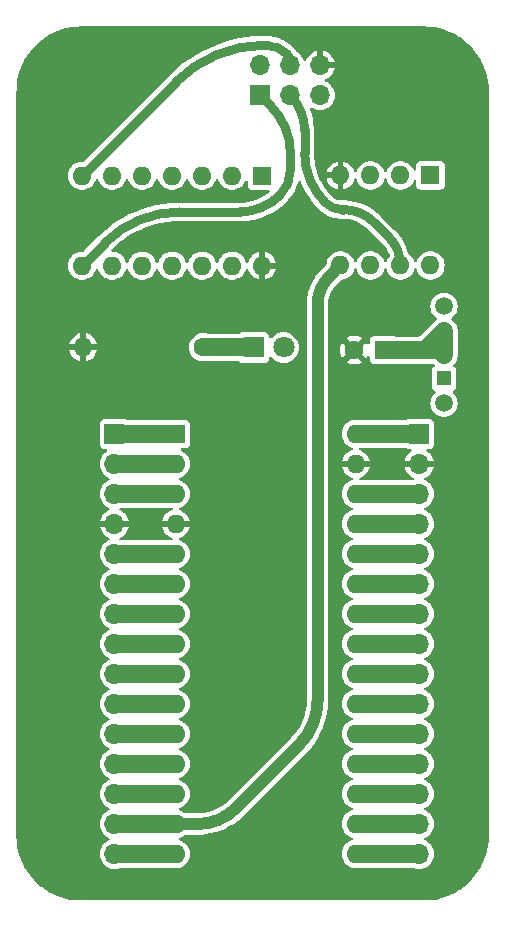
<source format=gbr>
%TF.GenerationSoftware,KiCad,Pcbnew,8.0.7*%
%TF.CreationDate,2025-02-21T23:23:42-08:00*%
%TF.ProjectId,Attiny2x4x8x Programmers,41747469-6e79-4327-9834-783878205072,rev?*%
%TF.SameCoordinates,Original*%
%TF.FileFunction,Copper,L2,Bot*%
%TF.FilePolarity,Positive*%
%FSLAX46Y46*%
G04 Gerber Fmt 4.6, Leading zero omitted, Abs format (unit mm)*
G04 Created by KiCad (PCBNEW 8.0.7) date 2025-02-21 23:23:42*
%MOMM*%
%LPD*%
G01*
G04 APERTURE LIST*
%TA.AperFunction,ComponentPad*%
%ADD10R,1.600000X1.600000*%
%TD*%
%TA.AperFunction,ComponentPad*%
%ADD11C,1.600000*%
%TD*%
%TA.AperFunction,ComponentPad*%
%ADD12O,1.600000X1.600000*%
%TD*%
%TA.AperFunction,ComponentPad*%
%ADD13R,1.700000X1.700000*%
%TD*%
%TA.AperFunction,ComponentPad*%
%ADD14O,1.700000X1.700000*%
%TD*%
%TA.AperFunction,ComponentPad*%
%ADD15R,1.295400X1.295400*%
%TD*%
%TA.AperFunction,ComponentPad*%
%ADD16C,1.295400*%
%TD*%
%TA.AperFunction,ComponentPad*%
%ADD17C,1.498600*%
%TD*%
%TA.AperFunction,ComponentPad*%
%ADD18R,1.800000X1.800000*%
%TD*%
%TA.AperFunction,ComponentPad*%
%ADD19C,1.800000*%
%TD*%
%TA.AperFunction,Conductor*%
%ADD20C,1.500000*%
%TD*%
%TA.AperFunction,Conductor*%
%ADD21C,0.750000*%
%TD*%
%TA.AperFunction,Conductor*%
%ADD22C,1.000000*%
%TD*%
G04 APERTURE END LIST*
D10*
%TO.P,C1,1*%
%TO.N,Net-(C1-Pad1)*%
X97600000Y-62900000D03*
D11*
%TO.P,C1,2*%
%TO.N,GND*%
X95100001Y-62899998D03*
%TD*%
D10*
%TO.P,A1,1,D1/TX*%
%TO.N,Net-(A1-D1{slash}TX)*%
X80000000Y-70000000D03*
D12*
%TO.P,A1,2,D0/RX*%
%TO.N,Net-(A1-D0{slash}RX)*%
X80000000Y-72540000D03*
%TO.P,A1,3,~{RESET}*%
%TO.N,/RST*%
X80000000Y-75080000D03*
%TO.P,A1,4,GND*%
%TO.N,GND*%
X80000000Y-77620000D03*
%TO.P,A1,5,D2*%
%TO.N,Net-(A1-D2)*%
X80000000Y-80160000D03*
%TO.P,A1,6,D3*%
%TO.N,Net-(A1-D3)*%
X80000000Y-82700000D03*
%TO.P,A1,7,D4*%
%TO.N,Net-(A1-D4)*%
X80000000Y-85240000D03*
%TO.P,A1,8,D5*%
%TO.N,Net-(A1-D5)*%
X80000000Y-87780000D03*
%TO.P,A1,9,D6*%
%TO.N,Net-(A1-D6)*%
X80000000Y-90320000D03*
%TO.P,A1,10,D7*%
%TO.N,Net-(A1-D7)*%
X80000000Y-92860000D03*
%TO.P,A1,11,D8*%
%TO.N,Net-(A1-D8)*%
X80000000Y-95400000D03*
%TO.P,A1,12,D9*%
%TO.N,Net-(A1-D9)*%
X80000000Y-97940000D03*
%TO.P,A1,13,D10*%
%TO.N,/SS*%
X80000000Y-100480000D03*
%TO.P,A1,14,D11*%
%TO.N,/MOSI*%
X80000000Y-103020000D03*
%TO.P,A1,15,D12*%
%TO.N,/MISO*%
X80000000Y-105560000D03*
%TO.P,A1,16,D13*%
%TO.N,/SCK*%
X95240000Y-105560000D03*
%TO.P,A1,17,3V3*%
%TO.N,Net-(A1-3V3)*%
X95240000Y-103020000D03*
%TO.P,A1,18,AREF*%
%TO.N,Net-(A1-AREF)*%
X95240000Y-100480000D03*
%TO.P,A1,19,A0*%
%TO.N,Net-(A1-A0)*%
X95240000Y-97940000D03*
%TO.P,A1,20,A1*%
%TO.N,Net-(A1-A1)*%
X95240000Y-95400000D03*
%TO.P,A1,21,A2*%
%TO.N,Net-(A1-A2)*%
X95240000Y-92860000D03*
%TO.P,A1,22,A3*%
%TO.N,Net-(A1-A3)*%
X95240000Y-90320000D03*
%TO.P,A1,23,A4*%
%TO.N,Net-(A1-A4)*%
X95240000Y-87780000D03*
%TO.P,A1,24,A5*%
%TO.N,Net-(A1-A5)*%
X95240000Y-85240000D03*
%TO.P,A1,25,A6*%
%TO.N,Net-(A1-A6)*%
X95240000Y-82700000D03*
%TO.P,A1,26,A7*%
%TO.N,Net-(A1-A7)*%
X95240000Y-80160000D03*
%TO.P,A1,27,+5V*%
%TO.N,+5V*%
X95240000Y-77620000D03*
%TO.P,A1,28,~{RESET}*%
%TO.N,/RST*%
X95240000Y-75080000D03*
%TO.P,A1,29,GND*%
%TO.N,GND*%
X95240000Y-72540000D03*
%TO.P,A1,30,VIN*%
%TO.N,Net-(A1-VIN)*%
X95240000Y-70000000D03*
%TD*%
D13*
%TO.P,J1,1,Pin_1*%
%TO.N,Net-(A1-D1{slash}TX)*%
X74800000Y-70000000D03*
D14*
%TO.P,J1,2,Pin_2*%
%TO.N,Net-(A1-D0{slash}RX)*%
X74800000Y-72540000D03*
%TO.P,J1,3,Pin_3*%
%TO.N,/RST*%
X74800000Y-75080000D03*
%TO.P,J1,4,Pin_4*%
%TO.N,GND*%
X74800000Y-77620000D03*
%TO.P,J1,5,Pin_5*%
%TO.N,Net-(A1-D2)*%
X74800000Y-80160000D03*
%TO.P,J1,6,Pin_6*%
%TO.N,Net-(A1-D3)*%
X74800000Y-82700000D03*
%TO.P,J1,7,Pin_7*%
%TO.N,Net-(A1-D4)*%
X74800000Y-85240000D03*
%TO.P,J1,8,Pin_8*%
%TO.N,Net-(A1-D5)*%
X74800000Y-87780000D03*
%TO.P,J1,9,Pin_9*%
%TO.N,Net-(A1-D6)*%
X74800000Y-90320000D03*
%TO.P,J1,10,Pin_10*%
%TO.N,Net-(A1-D7)*%
X74800000Y-92860000D03*
%TO.P,J1,11,Pin_11*%
%TO.N,Net-(A1-D8)*%
X74800000Y-95400000D03*
%TO.P,J1,12,Pin_12*%
%TO.N,Net-(A1-D9)*%
X74800000Y-97940000D03*
%TO.P,J1,13,Pin_13*%
%TO.N,/SS*%
X74800000Y-100480000D03*
%TO.P,J1,14,Pin_14*%
%TO.N,/MOSI*%
X74800000Y-103020000D03*
%TO.P,J1,15,Pin_15*%
%TO.N,/MISO*%
X74800000Y-105560000D03*
%TD*%
D10*
%TO.P,U1,1,VCC*%
%TO.N,+5V*%
X87295000Y-48135000D03*
D12*
%TO.P,U1,2,XTAL1/PB0*%
%TO.N,unconnected-(U1-XTAL1{slash}PB0-Pad2)*%
X84755000Y-48135000D03*
%TO.P,U1,3,XTAL2/PB1*%
%TO.N,unconnected-(U1-XTAL2{slash}PB1-Pad3)*%
X82215000Y-48135000D03*
%TO.P,U1,4,~{RESET}/PB3*%
%TO.N,/SS*%
X79675000Y-48135000D03*
%TO.P,U1,5,PB2*%
%TO.N,unconnected-(U1-PB2-Pad5)*%
X77135000Y-48135000D03*
%TO.P,U1,6,PA7*%
%TO.N,unconnected-(U1-PA7-Pad6)*%
X74595000Y-48135000D03*
%TO.P,U1,7,PA6*%
%TO.N,/MOSI*%
X72055000Y-48135000D03*
%TO.P,U1,8,PA5*%
%TO.N,/MISO*%
X72055000Y-55755000D03*
%TO.P,U1,9,PA4*%
%TO.N,/SCK*%
X74595000Y-55755000D03*
%TO.P,U1,10,PA3*%
%TO.N,unconnected-(U1-PA3-Pad10)*%
X77135000Y-55755000D03*
%TO.P,U1,11,PA2*%
%TO.N,unconnected-(U1-PA2-Pad11)*%
X79675000Y-55755000D03*
%TO.P,U1,12,PA1*%
%TO.N,unconnected-(U1-PA1-Pad12)*%
X82215000Y-55755000D03*
%TO.P,U1,13,AREF/PA0*%
%TO.N,unconnected-(U1-AREF{slash}PA0-Pad13)*%
X84755000Y-55755000D03*
%TO.P,U1,14,GND*%
%TO.N,GND*%
X87295000Y-55755000D03*
%TD*%
D15*
%TO.P,SW1,1,1*%
%TO.N,/RST*%
X102700000Y-65300000D03*
D16*
%TO.P,SW1,2,2*%
%TO.N,Net-(C1-Pad1)*%
X102700000Y-63300000D03*
%TO.P,SW1,3,3*%
X102700000Y-61299999D03*
D17*
%TO.P,SW1,4*%
%TO.N,N/C*%
X102700000Y-67400001D03*
%TO.P,SW1,5*%
X102700000Y-59200000D03*
%TD*%
D13*
%TO.P,J2,1,Pin_1*%
%TO.N,Net-(A1-VIN)*%
X100600000Y-70000000D03*
D14*
%TO.P,J2,2,Pin_2*%
%TO.N,GND*%
X100600000Y-72540000D03*
%TO.P,J2,3,Pin_3*%
%TO.N,/RST*%
X100600000Y-75080000D03*
%TO.P,J2,4,Pin_4*%
%TO.N,+5V*%
X100600000Y-77620000D03*
%TO.P,J2,5,Pin_5*%
%TO.N,Net-(A1-A7)*%
X100600000Y-80160000D03*
%TO.P,J2,6,Pin_6*%
%TO.N,Net-(A1-A6)*%
X100600000Y-82700000D03*
%TO.P,J2,7,Pin_7*%
%TO.N,Net-(A1-A5)*%
X100600000Y-85240000D03*
%TO.P,J2,8,Pin_8*%
%TO.N,Net-(A1-A4)*%
X100600000Y-87780000D03*
%TO.P,J2,9,Pin_9*%
%TO.N,Net-(A1-A3)*%
X100600000Y-90320000D03*
%TO.P,J2,10,Pin_10*%
%TO.N,Net-(A1-A2)*%
X100600000Y-92860000D03*
%TO.P,J2,11,Pin_11*%
%TO.N,Net-(A1-A1)*%
X100600000Y-95400000D03*
%TO.P,J2,12,Pin_12*%
%TO.N,Net-(A1-A0)*%
X100600000Y-97940000D03*
%TO.P,J2,13,Pin_13*%
%TO.N,Net-(A1-AREF)*%
X100600000Y-100480000D03*
%TO.P,J2,14,Pin_14*%
%TO.N,Net-(A1-3V3)*%
X100600000Y-103020000D03*
%TO.P,J2,15,Pin_15*%
%TO.N,/SCK*%
X100600000Y-105560000D03*
%TD*%
D13*
%TO.P,J3,1,Pin_1*%
%TO.N,/MISO*%
X87125000Y-41325000D03*
D14*
%TO.P,J3,2,Pin_2*%
%TO.N,+5V*%
X87125000Y-38785000D03*
%TO.P,J3,3,Pin_3*%
%TO.N,/SCK*%
X89665000Y-41325000D03*
%TO.P,J3,4,Pin_4*%
%TO.N,/MOSI*%
X89665000Y-38785000D03*
%TO.P,J3,5,Pin_5*%
%TO.N,/SS*%
X92205000Y-41325000D03*
%TO.P,J3,6,Pin_6*%
%TO.N,GND*%
X92205000Y-38785000D03*
%TD*%
D10*
%TO.P,U2,1,~{RESET}/PB5*%
%TO.N,/SS*%
X101555000Y-48105000D03*
D12*
%TO.P,U2,2,XTAL1/PB3*%
%TO.N,unconnected-(U2-XTAL1{slash}PB3-Pad2)*%
X99014999Y-48105000D03*
%TO.P,U2,3,XTAL2/PB4*%
%TO.N,unconnected-(U2-XTAL2{slash}PB4-Pad3)*%
X96474999Y-48105002D03*
%TO.P,U2,4,GND*%
%TO.N,GND*%
X93934996Y-48104998D03*
%TO.P,U2,5,AREF/PB0*%
%TO.N,/MOSI*%
X93935001Y-55724995D03*
%TO.P,U2,6,PB1*%
%TO.N,/MISO*%
X96475006Y-55724998D03*
%TO.P,U2,7,PB2*%
%TO.N,/SCK*%
X99015000Y-55724997D03*
%TO.P,U2,8,VCC*%
%TO.N,+5V*%
X101554998Y-55725004D03*
%TD*%
D18*
%TO.P,D1,1,K*%
%TO.N,Net-(D1-K)*%
X86575000Y-62675000D03*
D19*
%TO.P,D1,2,A*%
%TO.N,/MISO*%
X89115000Y-62675000D03*
%TD*%
D11*
%TO.P,R1,1*%
%TO.N,Net-(D1-K)*%
X82305000Y-62650000D03*
D12*
%TO.P,R1,2*%
%TO.N,GND*%
X72145000Y-62650000D03*
%TD*%
D20*
%TO.N,+5V*%
X95240000Y-77620000D02*
X100600000Y-77620000D01*
D21*
%TO.N,/SCK*%
X94056904Y-50999996D02*
G75*
G02*
X92642692Y-50414214I-4J1999996D01*
G01*
X94056904Y-50999996D02*
X94159156Y-50999995D01*
X90900000Y-46207046D02*
G75*
G03*
X92642688Y-50414218I5949780J-4D01*
G01*
X96789520Y-52089520D02*
X98017994Y-53317994D01*
X90900000Y-44306534D02*
X90900000Y-46207046D01*
X98017994Y-53317994D02*
G75*
G02*
X99015012Y-55724997I-2406994J-2407006D01*
G01*
X94159156Y-50999995D02*
G75*
G02*
X96789540Y-52089500I44J-3719905D01*
G01*
X89665000Y-41325000D02*
G75*
G02*
X90899978Y-44306534I-2981500J-2981500D01*
G01*
%TO.N,/MISO*%
X89700000Y-46268427D02*
G75*
G03*
X88025285Y-42225253I-5717900J27D01*
G01*
X89700000Y-47657339D02*
G75*
G02*
X88821312Y-49778670I-3000100J39D01*
G01*
X85389958Y-51200000D02*
G75*
G03*
X88821348Y-49778706I42J4852700D01*
G01*
X73966615Y-53843385D02*
G75*
G02*
X80348310Y-51200013I6381685J-6381715D01*
G01*
X88025269Y-42225269D02*
X87125000Y-41325000D01*
X89700000Y-47657339D02*
X89700000Y-46268427D01*
X80348310Y-51200000D02*
X85389958Y-51200000D01*
X72055000Y-55755000D02*
X73966615Y-53843385D01*
D20*
%TO.N,Net-(C1-Pad1)*%
X101099999Y-62900000D02*
X102700000Y-61299999D01*
X97600000Y-62900000D02*
X101099999Y-62900000D01*
X102700000Y-63300000D02*
X102700000Y-61299999D01*
X102300000Y-62900000D02*
X102700000Y-63300000D01*
X97600000Y-62900000D02*
X102300000Y-62900000D01*
%TO.N,Net-(D1-K)*%
X82305000Y-62650000D02*
X86550000Y-62650000D01*
X86550000Y-62650000D02*
X86575000Y-62675000D01*
%TO.N,/MISO*%
X74800000Y-105560000D02*
X80000000Y-105560000D01*
%TO.N,Net-(A1-D7)*%
X74800000Y-92860000D02*
X80000000Y-92860000D01*
%TO.N,Net-(A1-A7)*%
X100600000Y-80160000D02*
X95240000Y-80160000D01*
%TO.N,Net-(A1-D5)*%
X74800000Y-87780000D02*
X80000000Y-87780000D01*
%TO.N,Net-(A1-3V3)*%
X100600000Y-103020000D02*
X95240000Y-103020000D01*
%TO.N,Net-(A1-A3)*%
X100600000Y-90320000D02*
X95240000Y-90320000D01*
%TO.N,Net-(A1-D1{slash}TX)*%
X74800000Y-70000000D02*
X80000000Y-70000000D01*
%TO.N,Net-(A1-A1)*%
X100600000Y-95400000D02*
X95240000Y-95400000D01*
%TO.N,Net-(A1-D6)*%
X74800000Y-90320000D02*
X80000000Y-90320000D01*
%TO.N,Net-(A1-VIN)*%
X100600000Y-70000000D02*
X95240000Y-70000000D01*
%TO.N,/SS*%
X74800000Y-100480000D02*
X80000000Y-100480000D01*
%TO.N,Net-(A1-D4)*%
X74800000Y-85240000D02*
X80000000Y-85240000D01*
%TO.N,Net-(A1-D8)*%
X74800000Y-95400000D02*
X80000000Y-95400000D01*
%TO.N,Net-(A1-D3)*%
X74800000Y-82700000D02*
X80000000Y-82700000D01*
%TO.N,Net-(A1-A4)*%
X100600000Y-87780000D02*
X95240000Y-87780000D01*
%TO.N,Net-(A1-A6)*%
X100600000Y-82700000D02*
X95240000Y-82700000D01*
%TO.N,/SCK*%
X100600000Y-105560000D02*
X95240000Y-105560000D01*
%TO.N,Net-(A1-A2)*%
X100600000Y-92860000D02*
X95240000Y-92860000D01*
%TO.N,Net-(A1-A5)*%
X100600000Y-85240000D02*
X95240000Y-85240000D01*
%TO.N,Net-(A1-D2)*%
X74800000Y-80160000D02*
X80000000Y-80160000D01*
%TO.N,Net-(A1-A0)*%
X100600000Y-97940000D02*
X95240000Y-97940000D01*
%TO.N,Net-(A1-AREF)*%
X100600000Y-100480000D02*
X95240000Y-100480000D01*
%TO.N,Net-(A1-D9)*%
X74800000Y-97940000D02*
X80000000Y-97940000D01*
%TO.N,Net-(A1-D0{slash}RX)*%
X74800000Y-72540000D02*
X80000000Y-72540000D01*
%TO.N,/RST*%
X100600000Y-75080000D02*
X95240000Y-75080000D01*
X74800000Y-75080000D02*
X80000000Y-75080000D01*
D22*
%TO.N,/MOSI*%
X92000000Y-92506036D02*
X92000000Y-59028248D01*
D20*
X80000000Y-103020000D02*
X74800000Y-103020000D01*
D22*
X92967500Y-56692495D02*
X93935001Y-55724995D01*
X85062289Y-101697710D02*
X90406207Y-96353792D01*
X81870000Y-103020000D02*
X80000000Y-103020000D01*
X85062289Y-101697710D02*
G75*
G02*
X81870000Y-103019993I-3192289J3192310D01*
G01*
X92967500Y-56692495D02*
G75*
G03*
X92000047Y-59028248I2335800J-2335705D01*
G01*
X92000000Y-92506036D02*
G75*
G02*
X90406200Y-96353785I-5441600J36D01*
G01*
D21*
X89665000Y-38437500D02*
X89665000Y-38785000D01*
X89419280Y-37844280D02*
G75*
G02*
X89665011Y-38437500I-593180J-593220D01*
G01*
X89419280Y-37844280D02*
G75*
G03*
X87562127Y-37074993I-1857180J-1857120D01*
G01*
X87562127Y-37075000D02*
G75*
G03*
X79970393Y-40219586I-27J-10736300D01*
G01*
X79970403Y-40219596D02*
X72055000Y-48135000D01*
%TD*%
%TA.AperFunction,Conductor*%
%TO.N,GND*%
G36*
X79668533Y-76250185D02*
G01*
X79714288Y-76302989D01*
X79724232Y-76372147D01*
X79695207Y-76435703D01*
X79646288Y-76470127D01*
X79462822Y-76541201D01*
X79462820Y-76541202D01*
X79273738Y-76658278D01*
X79109391Y-76808099D01*
X78975368Y-76985574D01*
X78876239Y-77184650D01*
X78823505Y-77370000D01*
X79566988Y-77370000D01*
X79534075Y-77427007D01*
X79500000Y-77554174D01*
X79500000Y-77685826D01*
X79534075Y-77812993D01*
X79566988Y-77870000D01*
X78823505Y-77870000D01*
X78876239Y-78055349D01*
X78975368Y-78254425D01*
X79109391Y-78431900D01*
X79273738Y-78581721D01*
X79462820Y-78698797D01*
X79462822Y-78698798D01*
X79646288Y-78769873D01*
X79701689Y-78812446D01*
X79725280Y-78878213D01*
X79709569Y-78946293D01*
X79659545Y-78995072D01*
X79601494Y-79009500D01*
X75337288Y-79009500D01*
X75270249Y-78989815D01*
X75224494Y-78937011D01*
X75214550Y-78867853D01*
X75243575Y-78804297D01*
X75284883Y-78773118D01*
X75427387Y-78706667D01*
X75606554Y-78581212D01*
X75761212Y-78426554D01*
X75886666Y-78247387D01*
X75979101Y-78049159D01*
X75979105Y-78049150D01*
X76027108Y-77870000D01*
X75233012Y-77870000D01*
X75265925Y-77812993D01*
X75300000Y-77685826D01*
X75300000Y-77554174D01*
X75265925Y-77427007D01*
X75233012Y-77370000D01*
X76027108Y-77370000D01*
X76027108Y-77369999D01*
X75979105Y-77190849D01*
X75979101Y-77190840D01*
X75886666Y-76992612D01*
X75886664Y-76992608D01*
X75761216Y-76813450D01*
X75761211Y-76813444D01*
X75606554Y-76658787D01*
X75427387Y-76533332D01*
X75284883Y-76466882D01*
X75232444Y-76420710D01*
X75213292Y-76353516D01*
X75233508Y-76286635D01*
X75286673Y-76241300D01*
X75337288Y-76230500D01*
X79601494Y-76230500D01*
X79668533Y-76250185D01*
G37*
%TD.AperFunction*%
%TA.AperFunction,Conductor*%
G36*
X99500487Y-71170185D02*
G01*
X99506329Y-71174179D01*
X99511653Y-71178046D01*
X99511655Y-71178047D01*
X99511658Y-71178050D01*
X99624694Y-71235645D01*
X99624698Y-71235647D01*
X99718475Y-71250499D01*
X99718481Y-71250500D01*
X99869012Y-71250499D01*
X99936049Y-71270183D01*
X99981804Y-71322987D01*
X99991748Y-71392145D01*
X99962723Y-71455701D01*
X99940134Y-71476073D01*
X99793453Y-71578781D01*
X99793444Y-71578788D01*
X99638788Y-71733444D01*
X99638783Y-71733450D01*
X99513335Y-71912608D01*
X99513333Y-71912612D01*
X99420898Y-72110840D01*
X99420894Y-72110849D01*
X99372891Y-72289999D01*
X99372892Y-72290000D01*
X100166988Y-72290000D01*
X100134075Y-72347007D01*
X100100000Y-72474174D01*
X100100000Y-72605826D01*
X100134075Y-72732993D01*
X100166988Y-72790000D01*
X99372892Y-72790000D01*
X99420894Y-72969150D01*
X99420898Y-72969159D01*
X99513333Y-73167387D01*
X99638787Y-73346554D01*
X99793445Y-73501212D01*
X99972612Y-73626667D01*
X100115117Y-73693118D01*
X100167556Y-73739290D01*
X100186708Y-73806484D01*
X100166492Y-73873365D01*
X100113327Y-73918700D01*
X100062712Y-73929500D01*
X95638506Y-73929500D01*
X95571467Y-73909815D01*
X95525712Y-73857011D01*
X95515768Y-73787853D01*
X95544793Y-73724297D01*
X95593712Y-73689873D01*
X95777177Y-73618798D01*
X95777179Y-73618797D01*
X95966261Y-73501721D01*
X96130608Y-73351900D01*
X96264631Y-73174425D01*
X96363760Y-72975349D01*
X96416495Y-72790000D01*
X95673012Y-72790000D01*
X95705925Y-72732993D01*
X95740000Y-72605826D01*
X95740000Y-72474174D01*
X95705925Y-72347007D01*
X95673012Y-72290000D01*
X96416495Y-72290000D01*
X96363760Y-72104650D01*
X96264631Y-71905574D01*
X96130608Y-71728099D01*
X95966261Y-71578278D01*
X95777179Y-71461202D01*
X95777177Y-71461201D01*
X95593712Y-71390127D01*
X95538311Y-71347554D01*
X95514720Y-71281787D01*
X95530431Y-71213707D01*
X95580455Y-71164928D01*
X95638506Y-71150500D01*
X99433448Y-71150500D01*
X99500487Y-71170185D01*
G37*
%TD.AperFunction*%
%TA.AperFunction,Conductor*%
G36*
X101002562Y-35500605D02*
G01*
X101449036Y-35519072D01*
X101459209Y-35519915D01*
X101900114Y-35574873D01*
X101910194Y-35576555D01*
X102345042Y-35667733D01*
X102354950Y-35670242D01*
X102780786Y-35797019D01*
X102790454Y-35800338D01*
X103131430Y-35933388D01*
X103204339Y-35961838D01*
X103213724Y-35965954D01*
X103612869Y-36161083D01*
X103621872Y-36165955D01*
X103845990Y-36299501D01*
X104003544Y-36393383D01*
X104012123Y-36398989D01*
X104373693Y-36657144D01*
X104381770Y-36663431D01*
X104519402Y-36779999D01*
X104720796Y-36950571D01*
X104728336Y-36957512D01*
X105042487Y-37271663D01*
X105049428Y-37279203D01*
X105192996Y-37448713D01*
X105285464Y-37557891D01*
X105336564Y-37618224D01*
X105342857Y-37626310D01*
X105359409Y-37649492D01*
X105601010Y-37987876D01*
X105606616Y-37996455D01*
X105834041Y-38378122D01*
X105838919Y-38387136D01*
X106034045Y-38786275D01*
X106038161Y-38795660D01*
X106199656Y-39209533D01*
X106202984Y-39219226D01*
X106329753Y-39645036D01*
X106332269Y-39654971D01*
X106423441Y-40089791D01*
X106425128Y-40099900D01*
X106480082Y-40540769D01*
X106480928Y-40550983D01*
X106499394Y-40997437D01*
X106499500Y-41002561D01*
X106499500Y-103997438D01*
X106499394Y-104002562D01*
X106480928Y-104449016D01*
X106480082Y-104459230D01*
X106425128Y-104900099D01*
X106423441Y-104910208D01*
X106332269Y-105345028D01*
X106329753Y-105354963D01*
X106202984Y-105780773D01*
X106199656Y-105790466D01*
X106038161Y-106204339D01*
X106034045Y-106213724D01*
X105838919Y-106612863D01*
X105834041Y-106621877D01*
X105606616Y-107003544D01*
X105601010Y-107012123D01*
X105342859Y-107373687D01*
X105336564Y-107381775D01*
X105049428Y-107720796D01*
X105042487Y-107728336D01*
X104728336Y-108042487D01*
X104720796Y-108049428D01*
X104381775Y-108336564D01*
X104373687Y-108342859D01*
X104012123Y-108601010D01*
X104003544Y-108606616D01*
X103621877Y-108834041D01*
X103612863Y-108838919D01*
X103213724Y-109034045D01*
X103204339Y-109038161D01*
X102790466Y-109199656D01*
X102780773Y-109202984D01*
X102354963Y-109329753D01*
X102345028Y-109332269D01*
X101910208Y-109423441D01*
X101900099Y-109425128D01*
X101459230Y-109480082D01*
X101449016Y-109480928D01*
X101002563Y-109499394D01*
X100997439Y-109499500D01*
X72002561Y-109499500D01*
X71997437Y-109499394D01*
X71550983Y-109480928D01*
X71540769Y-109480082D01*
X71099900Y-109425128D01*
X71089791Y-109423441D01*
X70654971Y-109332269D01*
X70645036Y-109329753D01*
X70219226Y-109202984D01*
X70209533Y-109199656D01*
X69795660Y-109038161D01*
X69786275Y-109034045D01*
X69387136Y-108838919D01*
X69378122Y-108834041D01*
X68996455Y-108606616D01*
X68987876Y-108601010D01*
X68626312Y-108342859D01*
X68618224Y-108336564D01*
X68279203Y-108049428D01*
X68271663Y-108042487D01*
X67957512Y-107728336D01*
X67950571Y-107720796D01*
X67663435Y-107381775D01*
X67657140Y-107373687D01*
X67398989Y-107012123D01*
X67393383Y-107003544D01*
X67223756Y-106718874D01*
X67165955Y-106621872D01*
X67161080Y-106612863D01*
X66965954Y-106213724D01*
X66961838Y-106204339D01*
X66877941Y-105989330D01*
X66800338Y-105790454D01*
X66797019Y-105780786D01*
X66670242Y-105354950D01*
X66667733Y-105345042D01*
X66576555Y-104910194D01*
X66574873Y-104900114D01*
X66519915Y-104459209D01*
X66519072Y-104449036D01*
X66500606Y-104002562D01*
X66500500Y-103997438D01*
X66500500Y-62400000D01*
X70968505Y-62400000D01*
X71829314Y-62400000D01*
X71824920Y-62404394D01*
X71772259Y-62495606D01*
X71745000Y-62597339D01*
X71745000Y-62702661D01*
X71772259Y-62804394D01*
X71824920Y-62895606D01*
X71829314Y-62900000D01*
X70968505Y-62900000D01*
X71021239Y-63085349D01*
X71120368Y-63284425D01*
X71254391Y-63461900D01*
X71418738Y-63611721D01*
X71607820Y-63728797D01*
X71607822Y-63728798D01*
X71815195Y-63809135D01*
X71895000Y-63824052D01*
X71895000Y-62965686D01*
X71899394Y-62970080D01*
X71990606Y-63022741D01*
X72092339Y-63050000D01*
X72197661Y-63050000D01*
X72299394Y-63022741D01*
X72390606Y-62970080D01*
X72395000Y-62965686D01*
X72395000Y-63824052D01*
X72474804Y-63809135D01*
X72682177Y-63728798D01*
X72682179Y-63728797D01*
X72871261Y-63611721D01*
X73035608Y-63461900D01*
X73169631Y-63284425D01*
X73268760Y-63085349D01*
X73321495Y-62900000D01*
X72460686Y-62900000D01*
X72465080Y-62895606D01*
X72517741Y-62804394D01*
X72545000Y-62702661D01*
X72545000Y-62649999D01*
X81099357Y-62649999D01*
X81099357Y-62650000D01*
X81119884Y-62871535D01*
X81119885Y-62871537D01*
X81180769Y-63085523D01*
X81180775Y-63085538D01*
X81279938Y-63284683D01*
X81279943Y-63284691D01*
X81414020Y-63462238D01*
X81578437Y-63612123D01*
X81578439Y-63612125D01*
X81767595Y-63729245D01*
X81767596Y-63729245D01*
X81767599Y-63729247D01*
X81975060Y-63809618D01*
X82193757Y-63850500D01*
X82193759Y-63850500D01*
X82416241Y-63850500D01*
X82416243Y-63850500D01*
X82634940Y-63809618D01*
X82636861Y-63808873D01*
X82638889Y-63808494D01*
X82640455Y-63808049D01*
X82640496Y-63808194D01*
X82681655Y-63800500D01*
X85282746Y-63800500D01*
X85349785Y-63820185D01*
X85370422Y-63836814D01*
X85436658Y-63903050D01*
X85549674Y-63960635D01*
X85549698Y-63960647D01*
X85643475Y-63975499D01*
X85643481Y-63975500D01*
X87506518Y-63975499D01*
X87600304Y-63960646D01*
X87713342Y-63903050D01*
X87803050Y-63813342D01*
X87860646Y-63700304D01*
X87860646Y-63700302D01*
X87860647Y-63700301D01*
X87875499Y-63606525D01*
X87875500Y-63606519D01*
X87875499Y-63565441D01*
X87895182Y-63498405D01*
X87947985Y-63452649D01*
X88017143Y-63442704D01*
X88080700Y-63471727D01*
X88101073Y-63494317D01*
X88114954Y-63514141D01*
X88275858Y-63675045D01*
X88275861Y-63675047D01*
X88462266Y-63805568D01*
X88668504Y-63901739D01*
X88668509Y-63901740D01*
X88668511Y-63901741D01*
X88687683Y-63906878D01*
X88888308Y-63960635D01*
X89050230Y-63974801D01*
X89114998Y-63980468D01*
X89115000Y-63980468D01*
X89115002Y-63980468D01*
X89171796Y-63975499D01*
X89341692Y-63960635D01*
X89561496Y-63901739D01*
X89767734Y-63805568D01*
X89954139Y-63675047D01*
X90115047Y-63514139D01*
X90245568Y-63327734D01*
X90341739Y-63121496D01*
X90400635Y-62901692D01*
X90420468Y-62675000D01*
X90400635Y-62448308D01*
X90351671Y-62265572D01*
X90341741Y-62228511D01*
X90341738Y-62228502D01*
X90335279Y-62214650D01*
X90245568Y-62022266D01*
X90116614Y-61838099D01*
X90115045Y-61835858D01*
X89954141Y-61674954D01*
X89767734Y-61544432D01*
X89767732Y-61544431D01*
X89561497Y-61448261D01*
X89561488Y-61448258D01*
X89341697Y-61389366D01*
X89341693Y-61389365D01*
X89341692Y-61389365D01*
X89341691Y-61389364D01*
X89341686Y-61389364D01*
X89115002Y-61369532D01*
X89114998Y-61369532D01*
X88888313Y-61389364D01*
X88888302Y-61389366D01*
X88668511Y-61448258D01*
X88668502Y-61448261D01*
X88462267Y-61544431D01*
X88462265Y-61544432D01*
X88275858Y-61674954D01*
X88114954Y-61835858D01*
X88101074Y-61855682D01*
X88046498Y-61899307D01*
X87976999Y-61906501D01*
X87914644Y-61874979D01*
X87879230Y-61814749D01*
X87875499Y-61784559D01*
X87875499Y-61743482D01*
X87870886Y-61714354D01*
X87860646Y-61649696D01*
X87803050Y-61536658D01*
X87803046Y-61536654D01*
X87803045Y-61536652D01*
X87713347Y-61446954D01*
X87713344Y-61446952D01*
X87713342Y-61446950D01*
X87636517Y-61407805D01*
X87600301Y-61389352D01*
X87506524Y-61374500D01*
X85643482Y-61374500D01*
X85562519Y-61387323D01*
X85549696Y-61389354D01*
X85436658Y-61446950D01*
X85436657Y-61446951D01*
X85436652Y-61446954D01*
X85420426Y-61463181D01*
X85359103Y-61496666D01*
X85332745Y-61499500D01*
X82681655Y-61499500D01*
X82640496Y-61491805D01*
X82640455Y-61491951D01*
X82638889Y-61491505D01*
X82636861Y-61491126D01*
X82634940Y-61490382D01*
X82416243Y-61449500D01*
X82193757Y-61449500D01*
X81975060Y-61490382D01*
X81855624Y-61536652D01*
X81767601Y-61570752D01*
X81767595Y-61570754D01*
X81578439Y-61687874D01*
X81578437Y-61687876D01*
X81414020Y-61837761D01*
X81279943Y-62015308D01*
X81279938Y-62015316D01*
X81180775Y-62214461D01*
X81180769Y-62214476D01*
X81119885Y-62428462D01*
X81119884Y-62428464D01*
X81099357Y-62649999D01*
X72545000Y-62649999D01*
X72545000Y-62597339D01*
X72517741Y-62495606D01*
X72465080Y-62404394D01*
X72460686Y-62400000D01*
X73321495Y-62400000D01*
X73268760Y-62214650D01*
X73169631Y-62015574D01*
X73035608Y-61838099D01*
X72871261Y-61688278D01*
X72682179Y-61571202D01*
X72682177Y-61571201D01*
X72474799Y-61490864D01*
X72395000Y-61475946D01*
X72395000Y-62334314D01*
X72390606Y-62329920D01*
X72299394Y-62277259D01*
X72197661Y-62250000D01*
X72092339Y-62250000D01*
X71990606Y-62277259D01*
X71899394Y-62329920D01*
X71895000Y-62334314D01*
X71895000Y-61475946D01*
X71815200Y-61490864D01*
X71607822Y-61571201D01*
X71607820Y-61571202D01*
X71418738Y-61688278D01*
X71254391Y-61838099D01*
X71120368Y-62015574D01*
X71021239Y-62214650D01*
X70968505Y-62400000D01*
X66500500Y-62400000D01*
X66500500Y-48134999D01*
X70849357Y-48134999D01*
X70849357Y-48135000D01*
X70869884Y-48356535D01*
X70869885Y-48356537D01*
X70930769Y-48570523D01*
X70930775Y-48570538D01*
X71029938Y-48769683D01*
X71029943Y-48769691D01*
X71164020Y-48947238D01*
X71328437Y-49097123D01*
X71328439Y-49097125D01*
X71517595Y-49214245D01*
X71517596Y-49214245D01*
X71517599Y-49214247D01*
X71725060Y-49294618D01*
X71943757Y-49335500D01*
X71943759Y-49335500D01*
X72166241Y-49335500D01*
X72166243Y-49335500D01*
X72384940Y-49294618D01*
X72592401Y-49214247D01*
X72781562Y-49097124D01*
X72945981Y-48947236D01*
X73080058Y-48769689D01*
X73179229Y-48570528D01*
X73205734Y-48477371D01*
X73243013Y-48418278D01*
X73306323Y-48388721D01*
X73375562Y-48398083D01*
X73428749Y-48443393D01*
X73444266Y-48477372D01*
X73470769Y-48570523D01*
X73470775Y-48570538D01*
X73569938Y-48769683D01*
X73569943Y-48769691D01*
X73704020Y-48947238D01*
X73868437Y-49097123D01*
X73868439Y-49097125D01*
X74057595Y-49214245D01*
X74057596Y-49214245D01*
X74057599Y-49214247D01*
X74265060Y-49294618D01*
X74483757Y-49335500D01*
X74483759Y-49335500D01*
X74706241Y-49335500D01*
X74706243Y-49335500D01*
X74924940Y-49294618D01*
X75132401Y-49214247D01*
X75321562Y-49097124D01*
X75485981Y-48947236D01*
X75620058Y-48769689D01*
X75719229Y-48570528D01*
X75745734Y-48477371D01*
X75783013Y-48418278D01*
X75846323Y-48388721D01*
X75915562Y-48398083D01*
X75968749Y-48443393D01*
X75984266Y-48477372D01*
X76010769Y-48570523D01*
X76010775Y-48570538D01*
X76109938Y-48769683D01*
X76109943Y-48769691D01*
X76244020Y-48947238D01*
X76408437Y-49097123D01*
X76408439Y-49097125D01*
X76597595Y-49214245D01*
X76597596Y-49214245D01*
X76597599Y-49214247D01*
X76805060Y-49294618D01*
X77023757Y-49335500D01*
X77023759Y-49335500D01*
X77246241Y-49335500D01*
X77246243Y-49335500D01*
X77464940Y-49294618D01*
X77672401Y-49214247D01*
X77861562Y-49097124D01*
X78025981Y-48947236D01*
X78160058Y-48769689D01*
X78259229Y-48570528D01*
X78285734Y-48477371D01*
X78323013Y-48418278D01*
X78386323Y-48388721D01*
X78455562Y-48398083D01*
X78508749Y-48443393D01*
X78524266Y-48477372D01*
X78550769Y-48570523D01*
X78550775Y-48570538D01*
X78649938Y-48769683D01*
X78649943Y-48769691D01*
X78784020Y-48947238D01*
X78948437Y-49097123D01*
X78948439Y-49097125D01*
X79137595Y-49214245D01*
X79137596Y-49214245D01*
X79137599Y-49214247D01*
X79345060Y-49294618D01*
X79563757Y-49335500D01*
X79563759Y-49335500D01*
X79786241Y-49335500D01*
X79786243Y-49335500D01*
X80004940Y-49294618D01*
X80212401Y-49214247D01*
X80401562Y-49097124D01*
X80565981Y-48947236D01*
X80700058Y-48769689D01*
X80799229Y-48570528D01*
X80825734Y-48477371D01*
X80863013Y-48418278D01*
X80926323Y-48388721D01*
X80995562Y-48398083D01*
X81048749Y-48443393D01*
X81064266Y-48477372D01*
X81090769Y-48570523D01*
X81090775Y-48570538D01*
X81189938Y-48769683D01*
X81189943Y-48769691D01*
X81324020Y-48947238D01*
X81488437Y-49097123D01*
X81488439Y-49097125D01*
X81677595Y-49214245D01*
X81677596Y-49214245D01*
X81677599Y-49214247D01*
X81885060Y-49294618D01*
X82103757Y-49335500D01*
X82103759Y-49335500D01*
X82326241Y-49335500D01*
X82326243Y-49335500D01*
X82544940Y-49294618D01*
X82752401Y-49214247D01*
X82941562Y-49097124D01*
X83105981Y-48947236D01*
X83240058Y-48769689D01*
X83339229Y-48570528D01*
X83365734Y-48477371D01*
X83403013Y-48418278D01*
X83466323Y-48388721D01*
X83535562Y-48398083D01*
X83588749Y-48443393D01*
X83604266Y-48477372D01*
X83630769Y-48570523D01*
X83630775Y-48570538D01*
X83729938Y-48769683D01*
X83729943Y-48769691D01*
X83864020Y-48947238D01*
X84028437Y-49097123D01*
X84028439Y-49097125D01*
X84217595Y-49214245D01*
X84217596Y-49214245D01*
X84217599Y-49214247D01*
X84425060Y-49294618D01*
X84643757Y-49335500D01*
X84643759Y-49335500D01*
X84866241Y-49335500D01*
X84866243Y-49335500D01*
X85084940Y-49294618D01*
X85292401Y-49214247D01*
X85481562Y-49097124D01*
X85645981Y-48947236D01*
X85780058Y-48769689D01*
X85859500Y-48610149D01*
X85907002Y-48558911D01*
X85974665Y-48541490D01*
X86041006Y-48563415D01*
X86084961Y-48617727D01*
X86094500Y-48665420D01*
X86094500Y-48966517D01*
X86104603Y-49030304D01*
X86109354Y-49060304D01*
X86166950Y-49173342D01*
X86166952Y-49173344D01*
X86166954Y-49173347D01*
X86256652Y-49263045D01*
X86256654Y-49263046D01*
X86256658Y-49263050D01*
X86369696Y-49320646D01*
X86369698Y-49320647D01*
X86463475Y-49335499D01*
X86463481Y-49335500D01*
X87821506Y-49335499D01*
X87888545Y-49355184D01*
X87934300Y-49407987D01*
X87944244Y-49477146D01*
X87915219Y-49540702D01*
X87896991Y-49557876D01*
X87732828Y-49683840D01*
X87723967Y-49690044D01*
X87433120Y-49875330D01*
X87423752Y-49880739D01*
X87117847Y-50039980D01*
X87108043Y-50044551D01*
X86789439Y-50176518D01*
X86779273Y-50180218D01*
X86450381Y-50283914D01*
X86439933Y-50286714D01*
X86103237Y-50361355D01*
X86092583Y-50363233D01*
X85750684Y-50408241D01*
X85739908Y-50409184D01*
X85391771Y-50424381D01*
X85386363Y-50424499D01*
X85302343Y-50424499D01*
X85302323Y-50424500D01*
X80265948Y-50424500D01*
X80265665Y-50424514D01*
X80052160Y-50424514D01*
X79460963Y-50460274D01*
X78872991Y-50531667D01*
X78290415Y-50638427D01*
X77715344Y-50780168D01*
X77715328Y-50780173D01*
X77149886Y-50956371D01*
X76596092Y-51166395D01*
X76055976Y-51409480D01*
X75531533Y-51684728D01*
X75531531Y-51684729D01*
X75024679Y-51991130D01*
X75024669Y-51991137D01*
X74537223Y-52327596D01*
X74070990Y-52692865D01*
X73627660Y-53085619D01*
X73465195Y-53248081D01*
X73465189Y-53248085D01*
X73358193Y-53355082D01*
X73358175Y-53355101D01*
X72195097Y-54518181D01*
X72133774Y-54551666D01*
X72107416Y-54554500D01*
X71943757Y-54554500D01*
X71725060Y-54595382D01*
X71595043Y-54645751D01*
X71517601Y-54675752D01*
X71517595Y-54675754D01*
X71328439Y-54792874D01*
X71328437Y-54792876D01*
X71164020Y-54942761D01*
X71029943Y-55120308D01*
X71029938Y-55120316D01*
X70930775Y-55319461D01*
X70930769Y-55319476D01*
X70869885Y-55533462D01*
X70869884Y-55533464D01*
X70849357Y-55754999D01*
X70849357Y-55755000D01*
X70869884Y-55976535D01*
X70869885Y-55976537D01*
X70930769Y-56190523D01*
X70930775Y-56190538D01*
X71029938Y-56389683D01*
X71029943Y-56389691D01*
X71164020Y-56567238D01*
X71328437Y-56717123D01*
X71328439Y-56717125D01*
X71517595Y-56834245D01*
X71517596Y-56834245D01*
X71517599Y-56834247D01*
X71725060Y-56914618D01*
X71943757Y-56955500D01*
X71943759Y-56955500D01*
X72166241Y-56955500D01*
X72166243Y-56955500D01*
X72384940Y-56914618D01*
X72592401Y-56834247D01*
X72781562Y-56717124D01*
X72945981Y-56567236D01*
X73080058Y-56389689D01*
X73179229Y-56190528D01*
X73205734Y-56097371D01*
X73243013Y-56038278D01*
X73306323Y-56008721D01*
X73375562Y-56018083D01*
X73428749Y-56063393D01*
X73444266Y-56097372D01*
X73470769Y-56190523D01*
X73470775Y-56190538D01*
X73569938Y-56389683D01*
X73569943Y-56389691D01*
X73704020Y-56567238D01*
X73868437Y-56717123D01*
X73868439Y-56717125D01*
X74057595Y-56834245D01*
X74057596Y-56834245D01*
X74057599Y-56834247D01*
X74265060Y-56914618D01*
X74483757Y-56955500D01*
X74483759Y-56955500D01*
X74706241Y-56955500D01*
X74706243Y-56955500D01*
X74924940Y-56914618D01*
X75132401Y-56834247D01*
X75321562Y-56717124D01*
X75485981Y-56567236D01*
X75620058Y-56389689D01*
X75719229Y-56190528D01*
X75745734Y-56097371D01*
X75783013Y-56038278D01*
X75846323Y-56008721D01*
X75915562Y-56018083D01*
X75968749Y-56063393D01*
X75984266Y-56097372D01*
X76010769Y-56190523D01*
X76010775Y-56190538D01*
X76109938Y-56389683D01*
X76109943Y-56389691D01*
X76244020Y-56567238D01*
X76408437Y-56717123D01*
X76408439Y-56717125D01*
X76597595Y-56834245D01*
X76597596Y-56834245D01*
X76597599Y-56834247D01*
X76805060Y-56914618D01*
X77023757Y-56955500D01*
X77023759Y-56955500D01*
X77246241Y-56955500D01*
X77246243Y-56955500D01*
X77464940Y-56914618D01*
X77672401Y-56834247D01*
X77861562Y-56717124D01*
X78025981Y-56567236D01*
X78160058Y-56389689D01*
X78259229Y-56190528D01*
X78285734Y-56097371D01*
X78323013Y-56038278D01*
X78386323Y-56008721D01*
X78455562Y-56018083D01*
X78508749Y-56063393D01*
X78524266Y-56097372D01*
X78550769Y-56190523D01*
X78550775Y-56190538D01*
X78649938Y-56389683D01*
X78649943Y-56389691D01*
X78784020Y-56567238D01*
X78948437Y-56717123D01*
X78948439Y-56717125D01*
X79137595Y-56834245D01*
X79137596Y-56834245D01*
X79137599Y-56834247D01*
X79345060Y-56914618D01*
X79563757Y-56955500D01*
X79563759Y-56955500D01*
X79786241Y-56955500D01*
X79786243Y-56955500D01*
X80004940Y-56914618D01*
X80212401Y-56834247D01*
X80401562Y-56717124D01*
X80565981Y-56567236D01*
X80700058Y-56389689D01*
X80799229Y-56190528D01*
X80825734Y-56097371D01*
X80863013Y-56038278D01*
X80926323Y-56008721D01*
X80995562Y-56018083D01*
X81048749Y-56063393D01*
X81064266Y-56097372D01*
X81090769Y-56190523D01*
X81090775Y-56190538D01*
X81189938Y-56389683D01*
X81189943Y-56389691D01*
X81324020Y-56567238D01*
X81488437Y-56717123D01*
X81488439Y-56717125D01*
X81677595Y-56834245D01*
X81677596Y-56834245D01*
X81677599Y-56834247D01*
X81885060Y-56914618D01*
X82103757Y-56955500D01*
X82103759Y-56955500D01*
X82326241Y-56955500D01*
X82326243Y-56955500D01*
X82544940Y-56914618D01*
X82752401Y-56834247D01*
X82941562Y-56717124D01*
X83105981Y-56567236D01*
X83240058Y-56389689D01*
X83339229Y-56190528D01*
X83365734Y-56097371D01*
X83403013Y-56038278D01*
X83466323Y-56008721D01*
X83535562Y-56018083D01*
X83588749Y-56063393D01*
X83604266Y-56097372D01*
X83630769Y-56190523D01*
X83630775Y-56190538D01*
X83729938Y-56389683D01*
X83729943Y-56389691D01*
X83864020Y-56567238D01*
X84028437Y-56717123D01*
X84028439Y-56717125D01*
X84217595Y-56834245D01*
X84217596Y-56834245D01*
X84217599Y-56834247D01*
X84425060Y-56914618D01*
X84643757Y-56955500D01*
X84643759Y-56955500D01*
X84866241Y-56955500D01*
X84866243Y-56955500D01*
X85084940Y-56914618D01*
X85292401Y-56834247D01*
X85481562Y-56717124D01*
X85645981Y-56567236D01*
X85780058Y-56389689D01*
X85879229Y-56190528D01*
X85905995Y-56096455D01*
X85943272Y-56037367D01*
X86006581Y-56007809D01*
X86075821Y-56017171D01*
X86129007Y-56062480D01*
X86144525Y-56096460D01*
X86171236Y-56190342D01*
X86171239Y-56190348D01*
X86270368Y-56389425D01*
X86404391Y-56566900D01*
X86568738Y-56716721D01*
X86757820Y-56833797D01*
X86757822Y-56833798D01*
X86965195Y-56914135D01*
X87045000Y-56929052D01*
X87045000Y-56070686D01*
X87049394Y-56075080D01*
X87140606Y-56127741D01*
X87242339Y-56155000D01*
X87347661Y-56155000D01*
X87449394Y-56127741D01*
X87540606Y-56075080D01*
X87545000Y-56070686D01*
X87545000Y-56929052D01*
X87624804Y-56914135D01*
X87832177Y-56833798D01*
X87832179Y-56833797D01*
X88021261Y-56716721D01*
X88185608Y-56566900D01*
X88319631Y-56389425D01*
X88418760Y-56190349D01*
X88471495Y-56005000D01*
X87610686Y-56005000D01*
X87615080Y-56000606D01*
X87667741Y-55909394D01*
X87695000Y-55807661D01*
X87695000Y-55702339D01*
X87667741Y-55600606D01*
X87615080Y-55509394D01*
X87610686Y-55505000D01*
X88471495Y-55505000D01*
X88418760Y-55319650D01*
X88319631Y-55120574D01*
X88185608Y-54943099D01*
X88021261Y-54793278D01*
X87832179Y-54676202D01*
X87832177Y-54676201D01*
X87624799Y-54595864D01*
X87545000Y-54580946D01*
X87545000Y-55439314D01*
X87540606Y-55434920D01*
X87449394Y-55382259D01*
X87347661Y-55355000D01*
X87242339Y-55355000D01*
X87140606Y-55382259D01*
X87049394Y-55434920D01*
X87045000Y-55439314D01*
X87045000Y-54580946D01*
X86965200Y-54595864D01*
X86757822Y-54676201D01*
X86757820Y-54676202D01*
X86568738Y-54793278D01*
X86404391Y-54943099D01*
X86270368Y-55120574D01*
X86171239Y-55319651D01*
X86171237Y-55319655D01*
X86144525Y-55413540D01*
X86107246Y-55472633D01*
X86043936Y-55502190D01*
X85974697Y-55492828D01*
X85921510Y-55447518D01*
X85905994Y-55413541D01*
X85879229Y-55319472D01*
X85864293Y-55289476D01*
X85780061Y-55120316D01*
X85780056Y-55120308D01*
X85645979Y-54942761D01*
X85481562Y-54792876D01*
X85481560Y-54792874D01*
X85292404Y-54675754D01*
X85292398Y-54675752D01*
X85277078Y-54669817D01*
X85084940Y-54595382D01*
X84866243Y-54554500D01*
X84643757Y-54554500D01*
X84425060Y-54595382D01*
X84295043Y-54645751D01*
X84217601Y-54675752D01*
X84217595Y-54675754D01*
X84028439Y-54792874D01*
X84028437Y-54792876D01*
X83864020Y-54942761D01*
X83729943Y-55120308D01*
X83729938Y-55120316D01*
X83630775Y-55319461D01*
X83630769Y-55319476D01*
X83604266Y-55412627D01*
X83566987Y-55471721D01*
X83503677Y-55501278D01*
X83434438Y-55491916D01*
X83381251Y-55446606D01*
X83365734Y-55412627D01*
X83339230Y-55319476D01*
X83339229Y-55319472D01*
X83324293Y-55289476D01*
X83240061Y-55120316D01*
X83240056Y-55120308D01*
X83105979Y-54942761D01*
X82941562Y-54792876D01*
X82941560Y-54792874D01*
X82752404Y-54675754D01*
X82752398Y-54675752D01*
X82737078Y-54669817D01*
X82544940Y-54595382D01*
X82326243Y-54554500D01*
X82103757Y-54554500D01*
X81885060Y-54595382D01*
X81755043Y-54645751D01*
X81677601Y-54675752D01*
X81677595Y-54675754D01*
X81488439Y-54792874D01*
X81488437Y-54792876D01*
X81324020Y-54942761D01*
X81189943Y-55120308D01*
X81189938Y-55120316D01*
X81090775Y-55319461D01*
X81090769Y-55319476D01*
X81064266Y-55412627D01*
X81026987Y-55471721D01*
X80963677Y-55501278D01*
X80894438Y-55491916D01*
X80841251Y-55446606D01*
X80825734Y-55412627D01*
X80799230Y-55319476D01*
X80799229Y-55319472D01*
X80784293Y-55289476D01*
X80700061Y-55120316D01*
X80700056Y-55120308D01*
X80565979Y-54942761D01*
X80401562Y-54792876D01*
X80401560Y-54792874D01*
X80212404Y-54675754D01*
X80212398Y-54675752D01*
X80197078Y-54669817D01*
X80004940Y-54595382D01*
X79786243Y-54554500D01*
X79563757Y-54554500D01*
X79345060Y-54595382D01*
X79215043Y-54645751D01*
X79137601Y-54675752D01*
X79137595Y-54675754D01*
X78948439Y-54792874D01*
X78948437Y-54792876D01*
X78784020Y-54942761D01*
X78649943Y-55120308D01*
X78649938Y-55120316D01*
X78550775Y-55319461D01*
X78550769Y-55319476D01*
X78524266Y-55412627D01*
X78486987Y-55471721D01*
X78423677Y-55501278D01*
X78354438Y-55491916D01*
X78301251Y-55446606D01*
X78285734Y-55412627D01*
X78259230Y-55319476D01*
X78259229Y-55319472D01*
X78244293Y-55289476D01*
X78160061Y-55120316D01*
X78160056Y-55120308D01*
X78025979Y-54942761D01*
X77861562Y-54792876D01*
X77861560Y-54792874D01*
X77672404Y-54675754D01*
X77672398Y-54675752D01*
X77657078Y-54669817D01*
X77464940Y-54595382D01*
X77246243Y-54554500D01*
X77023757Y-54554500D01*
X76805060Y-54595382D01*
X76675043Y-54645751D01*
X76597601Y-54675752D01*
X76597595Y-54675754D01*
X76408439Y-54792874D01*
X76408437Y-54792876D01*
X76244020Y-54942761D01*
X76109943Y-55120308D01*
X76109938Y-55120316D01*
X76010775Y-55319461D01*
X76010769Y-55319476D01*
X75984266Y-55412627D01*
X75946987Y-55471721D01*
X75883677Y-55501278D01*
X75814438Y-55491916D01*
X75761251Y-55446606D01*
X75745734Y-55412627D01*
X75719230Y-55319476D01*
X75719229Y-55319472D01*
X75704293Y-55289476D01*
X75620061Y-55120316D01*
X75620056Y-55120308D01*
X75485979Y-54942761D01*
X75321562Y-54792876D01*
X75321560Y-54792874D01*
X75132404Y-54675754D01*
X75132398Y-54675752D01*
X75117078Y-54669817D01*
X74924940Y-54595382D01*
X74706243Y-54554500D01*
X74654996Y-54554500D01*
X74587957Y-54534815D01*
X74542202Y-54482011D01*
X74532258Y-54412853D01*
X74561283Y-54349297D01*
X74570231Y-54339997D01*
X74800817Y-54124030D01*
X74906031Y-54025485D01*
X74912084Y-54020176D01*
X75323169Y-53682808D01*
X75329584Y-53677888D01*
X75761798Y-53368169D01*
X75768539Y-53363666D01*
X75782313Y-53355101D01*
X76220084Y-53082877D01*
X76227090Y-53078833D01*
X76696035Y-52828178D01*
X76703307Y-52824592D01*
X77187657Y-52605136D01*
X77195118Y-52602046D01*
X77692777Y-52414741D01*
X77700430Y-52412143D01*
X78209303Y-52257779D01*
X78217093Y-52255692D01*
X78734976Y-52134939D01*
X78742867Y-52133369D01*
X79267551Y-52046744D01*
X79275534Y-52045693D01*
X79804728Y-51993573D01*
X79812802Y-51993043D01*
X80346728Y-51975565D01*
X80350769Y-51975500D01*
X85472101Y-51975500D01*
X85472884Y-51975461D01*
X85611082Y-51975462D01*
X86051982Y-51940767D01*
X86488799Y-51871585D01*
X86918843Y-51768345D01*
X87339460Y-51631682D01*
X87748059Y-51462439D01*
X88142119Y-51261660D01*
X88519211Y-51030582D01*
X88877011Y-50770630D01*
X89213312Y-50483406D01*
X89306387Y-50390332D01*
X89306413Y-50390309D01*
X89312047Y-50384673D01*
X89312053Y-50384671D01*
X89369678Y-50327045D01*
X89427314Y-50269411D01*
X89427317Y-50269405D01*
X89432124Y-50264599D01*
X89432300Y-50264401D01*
X89486238Y-50210464D01*
X89698153Y-49957911D01*
X89887250Y-49687850D01*
X89887663Y-49687135D01*
X90052081Y-49402353D01*
X90052085Y-49402344D01*
X90052090Y-49402336D01*
X90191421Y-49103541D01*
X90304180Y-48793741D01*
X90342801Y-48649606D01*
X90379165Y-48589949D01*
X90442012Y-48559420D01*
X90511388Y-48567715D01*
X90565266Y-48612200D01*
X90578755Y-48638365D01*
X90616548Y-48739691D01*
X90632458Y-48782346D01*
X90832023Y-49219325D01*
X90839518Y-49233050D01*
X91062254Y-49640956D01*
X91062258Y-49640962D01*
X91062259Y-49640964D01*
X91062260Y-49640966D01*
X91092391Y-49687850D01*
X91321979Y-50045091D01*
X91609873Y-50429666D01*
X91924470Y-50792724D01*
X91924483Y-50792737D01*
X91924484Y-50792738D01*
X92033580Y-50901834D01*
X92094328Y-50962580D01*
X92156730Y-51024982D01*
X92156805Y-51025049D01*
X92190740Y-51058985D01*
X92190745Y-51058989D01*
X92190747Y-51058991D01*
X92401550Y-51231991D01*
X92510394Y-51304718D01*
X92628280Y-51383487D01*
X92628286Y-51383490D01*
X92628294Y-51383496D01*
X92868797Y-51512047D01*
X93120741Y-51616405D01*
X93381702Y-51695566D01*
X93381716Y-51695568D01*
X93381721Y-51695570D01*
X93439182Y-51706999D01*
X93649165Y-51748767D01*
X93920554Y-51775496D01*
X93980527Y-51775496D01*
X93980532Y-51775497D01*
X94065536Y-51775496D01*
X94077657Y-51775496D01*
X94138414Y-51775496D01*
X94148404Y-51775496D01*
X94148416Y-51775495D01*
X94156116Y-51775495D01*
X94162198Y-51775643D01*
X94441693Y-51789371D01*
X94453792Y-51790563D01*
X94727573Y-51831171D01*
X94739495Y-51833542D01*
X94891368Y-51871583D01*
X95007970Y-51900789D01*
X95019615Y-51904321D01*
X95280208Y-51997559D01*
X95291450Y-52002216D01*
X95383371Y-52045690D01*
X95541654Y-52120550D01*
X95552358Y-52126271D01*
X95789771Y-52268566D01*
X95799881Y-52275321D01*
X96022197Y-52440198D01*
X96031603Y-52447918D01*
X96238499Y-52635434D01*
X96242907Y-52639630D01*
X96296142Y-52692864D01*
X96296143Y-52692865D01*
X97407658Y-53804380D01*
X97407668Y-53804391D01*
X97411998Y-53808721D01*
X97411999Y-53808722D01*
X97467192Y-53863915D01*
X97471953Y-53868952D01*
X97661410Y-54080953D01*
X97670080Y-54091825D01*
X97832588Y-54320858D01*
X97839987Y-54332632D01*
X97975837Y-54578433D01*
X97981870Y-54590961D01*
X98089341Y-54850419D01*
X98093934Y-54863546D01*
X98095341Y-54868430D01*
X98094984Y-54938298D01*
X98075142Y-54977481D01*
X97989946Y-55090301D01*
X97989938Y-55090314D01*
X97890775Y-55289458D01*
X97890770Y-55289471D01*
X97864268Y-55382615D01*
X97826988Y-55441708D01*
X97763678Y-55471265D01*
X97694439Y-55461903D01*
X97641253Y-55416592D01*
X97625739Y-55382623D01*
X97599235Y-55289470D01*
X97599230Y-55289459D01*
X97500067Y-55090314D01*
X97500062Y-55090306D01*
X97365985Y-54912759D01*
X97201568Y-54762874D01*
X97201566Y-54762872D01*
X97012410Y-54645752D01*
X97012404Y-54645750D01*
X96804946Y-54565380D01*
X96586249Y-54524498D01*
X96363763Y-54524498D01*
X96145066Y-54565380D01*
X96095090Y-54584741D01*
X95937607Y-54645750D01*
X95937601Y-54645752D01*
X95748445Y-54762872D01*
X95748443Y-54762874D01*
X95584026Y-54912759D01*
X95449949Y-55090306D01*
X95449944Y-55090314D01*
X95350781Y-55289459D01*
X95350777Y-55289469D01*
X95324269Y-55382634D01*
X95286989Y-55441727D01*
X95223679Y-55471284D01*
X95154439Y-55461920D01*
X95101254Y-55416610D01*
X95085740Y-55382642D01*
X95059230Y-55289467D01*
X94975131Y-55120574D01*
X94960062Y-55090311D01*
X94960057Y-55090303D01*
X94825980Y-54912756D01*
X94661563Y-54762871D01*
X94661561Y-54762869D01*
X94472405Y-54645749D01*
X94472399Y-54645747D01*
X94264941Y-54565377D01*
X94046244Y-54524495D01*
X93823758Y-54524495D01*
X93605061Y-54565377D01*
X93473865Y-54616202D01*
X93397602Y-54645747D01*
X93397596Y-54645749D01*
X93208440Y-54762869D01*
X93208438Y-54762871D01*
X93044021Y-54912756D01*
X92909944Y-55090303D01*
X92909939Y-55090311D01*
X92810776Y-55289456D01*
X92810770Y-55289471D01*
X92749886Y-55503457D01*
X92749886Y-55503459D01*
X92740418Y-55605627D01*
X92714631Y-55670564D01*
X92704628Y-55681866D01*
X92367088Y-56019406D01*
X92366940Y-56019486D01*
X92200931Y-56185502D01*
X92200913Y-56185521D01*
X91964974Y-56466714D01*
X91789643Y-56717124D01*
X91754431Y-56767414D01*
X91754424Y-56767424D01*
X91754424Y-56767426D01*
X91570900Y-57085310D01*
X91570887Y-57085336D01*
X91415773Y-57417996D01*
X91415769Y-57418005D01*
X91415767Y-57418011D01*
X91332251Y-57647481D01*
X91290223Y-57762958D01*
X91290221Y-57762966D01*
X91195224Y-58117518D01*
X91195222Y-58117526D01*
X91131482Y-58479053D01*
X91099497Y-58844714D01*
X91099497Y-58844721D01*
X91099500Y-59028235D01*
X91099500Y-92503323D01*
X91099382Y-92508732D01*
X91082454Y-92896400D01*
X91081511Y-92907177D01*
X91031214Y-93289202D01*
X91029336Y-93299855D01*
X90945932Y-93676056D01*
X90943132Y-93686505D01*
X90827261Y-94053998D01*
X90823561Y-94064163D01*
X90676101Y-94420159D01*
X90671529Y-94429963D01*
X90493604Y-94771755D01*
X90488195Y-94781124D01*
X90281162Y-95106098D01*
X90274958Y-95114958D01*
X90040386Y-95420659D01*
X90033433Y-95428946D01*
X89771124Y-95715207D01*
X89767382Y-95719115D01*
X84432464Y-101054035D01*
X84432455Y-101054044D01*
X84427687Y-101058811D01*
X84423288Y-101062999D01*
X84167261Y-101295047D01*
X84157854Y-101302767D01*
X83882767Y-101506784D01*
X83872650Y-101513544D01*
X83578895Y-101689614D01*
X83568163Y-101695351D01*
X83258546Y-101841788D01*
X83247310Y-101846441D01*
X83030184Y-101924130D01*
X82924852Y-101961819D01*
X82913207Y-101965351D01*
X82580981Y-102048569D01*
X82569046Y-102050943D01*
X82230270Y-102101195D01*
X82218161Y-102102388D01*
X82042134Y-102111036D01*
X81872875Y-102119351D01*
X81866820Y-102119500D01*
X80842198Y-102119500D01*
X80775159Y-102099815D01*
X80758663Y-102087140D01*
X80726562Y-102057876D01*
X80726559Y-102057874D01*
X80726558Y-102057873D01*
X80537404Y-101940754D01*
X80537395Y-101940750D01*
X80443956Y-101904552D01*
X80343475Y-101865625D01*
X80288075Y-101823054D01*
X80264484Y-101757288D01*
X80280195Y-101689207D01*
X80330219Y-101640428D01*
X80343466Y-101634377D01*
X80537401Y-101559247D01*
X80726562Y-101442124D01*
X80883410Y-101299138D01*
X80890979Y-101292238D01*
X80895025Y-101286881D01*
X81025058Y-101114689D01*
X81124229Y-100915528D01*
X81185115Y-100701536D01*
X81205643Y-100480000D01*
X81185115Y-100258464D01*
X81124229Y-100044472D01*
X81124224Y-100044461D01*
X81025061Y-99845316D01*
X81025056Y-99845308D01*
X80890979Y-99667761D01*
X80726562Y-99517876D01*
X80726560Y-99517874D01*
X80537404Y-99400754D01*
X80537395Y-99400750D01*
X80443956Y-99364552D01*
X80343475Y-99325625D01*
X80288075Y-99283054D01*
X80264484Y-99217288D01*
X80280195Y-99149207D01*
X80330219Y-99100428D01*
X80343466Y-99094377D01*
X80537401Y-99019247D01*
X80726562Y-98902124D01*
X80890981Y-98752236D01*
X81025058Y-98574689D01*
X81124229Y-98375528D01*
X81185115Y-98161536D01*
X81205643Y-97940000D01*
X81185115Y-97718464D01*
X81124229Y-97504472D01*
X81124224Y-97504461D01*
X81025061Y-97305316D01*
X81025056Y-97305308D01*
X80890979Y-97127761D01*
X80726562Y-96977876D01*
X80726560Y-96977874D01*
X80537404Y-96860754D01*
X80537395Y-96860750D01*
X80443956Y-96824552D01*
X80343475Y-96785625D01*
X80288075Y-96743054D01*
X80264484Y-96677288D01*
X80280195Y-96609207D01*
X80330219Y-96560428D01*
X80343466Y-96554377D01*
X80537401Y-96479247D01*
X80726562Y-96362124D01*
X80890981Y-96212236D01*
X81025058Y-96034689D01*
X81124229Y-95835528D01*
X81185115Y-95621536D01*
X81205643Y-95400000D01*
X81185115Y-95178464D01*
X81124229Y-94964472D01*
X81109347Y-94934585D01*
X81025061Y-94765316D01*
X81025056Y-94765308D01*
X80890979Y-94587761D01*
X80726562Y-94437876D01*
X80726560Y-94437874D01*
X80537404Y-94320754D01*
X80537395Y-94320750D01*
X80443956Y-94284552D01*
X80343475Y-94245625D01*
X80288075Y-94203054D01*
X80264484Y-94137288D01*
X80280195Y-94069207D01*
X80330219Y-94020428D01*
X80343466Y-94014377D01*
X80537401Y-93939247D01*
X80726562Y-93822124D01*
X80875329Y-93686505D01*
X80890979Y-93672238D01*
X80895025Y-93666881D01*
X81025058Y-93494689D01*
X81124229Y-93295528D01*
X81185115Y-93081536D01*
X81205643Y-92860000D01*
X81185115Y-92638464D01*
X81124229Y-92424472D01*
X81120683Y-92417350D01*
X81025061Y-92225316D01*
X81025056Y-92225308D01*
X80890979Y-92047761D01*
X80726562Y-91897876D01*
X80726560Y-91897874D01*
X80537404Y-91780754D01*
X80537395Y-91780750D01*
X80443956Y-91744552D01*
X80343475Y-91705625D01*
X80288075Y-91663054D01*
X80264484Y-91597288D01*
X80280195Y-91529207D01*
X80330219Y-91480428D01*
X80343466Y-91474377D01*
X80537401Y-91399247D01*
X80726562Y-91282124D01*
X80890981Y-91132236D01*
X81025058Y-90954689D01*
X81124229Y-90755528D01*
X81185115Y-90541536D01*
X81205643Y-90320000D01*
X81185115Y-90098464D01*
X81124229Y-89884472D01*
X81124224Y-89884461D01*
X81025061Y-89685316D01*
X81025056Y-89685308D01*
X80890979Y-89507761D01*
X80726562Y-89357876D01*
X80726560Y-89357874D01*
X80537404Y-89240754D01*
X80537395Y-89240750D01*
X80443956Y-89204552D01*
X80343475Y-89165625D01*
X80288075Y-89123054D01*
X80264484Y-89057288D01*
X80280195Y-88989207D01*
X80330219Y-88940428D01*
X80343466Y-88934377D01*
X80537401Y-88859247D01*
X80726562Y-88742124D01*
X80890981Y-88592236D01*
X81025058Y-88414689D01*
X81124229Y-88215528D01*
X81185115Y-88001536D01*
X81205643Y-87780000D01*
X81185115Y-87558464D01*
X81124229Y-87344472D01*
X81124224Y-87344461D01*
X81025061Y-87145316D01*
X81025056Y-87145308D01*
X80890979Y-86967761D01*
X80726562Y-86817876D01*
X80726560Y-86817874D01*
X80537404Y-86700754D01*
X80537395Y-86700750D01*
X80443956Y-86664552D01*
X80343475Y-86625625D01*
X80288075Y-86583054D01*
X80264484Y-86517288D01*
X80280195Y-86449207D01*
X80330219Y-86400428D01*
X80343466Y-86394377D01*
X80537401Y-86319247D01*
X80726562Y-86202124D01*
X80890981Y-86052236D01*
X81025058Y-85874689D01*
X81124229Y-85675528D01*
X81185115Y-85461536D01*
X81205643Y-85240000D01*
X81185115Y-85018464D01*
X81124229Y-84804472D01*
X81124224Y-84804461D01*
X81025061Y-84605316D01*
X81025056Y-84605308D01*
X80890979Y-84427761D01*
X80726562Y-84277876D01*
X80726560Y-84277874D01*
X80537404Y-84160754D01*
X80537395Y-84160750D01*
X80443956Y-84124552D01*
X80343475Y-84085625D01*
X80288075Y-84043054D01*
X80264484Y-83977288D01*
X80280195Y-83909207D01*
X80330219Y-83860428D01*
X80343466Y-83854377D01*
X80537401Y-83779247D01*
X80726562Y-83662124D01*
X80890981Y-83512236D01*
X81025058Y-83334689D01*
X81124229Y-83135528D01*
X81185115Y-82921536D01*
X81205643Y-82700000D01*
X81185115Y-82478464D01*
X81124229Y-82264472D01*
X81124224Y-82264461D01*
X81025061Y-82065316D01*
X81025056Y-82065308D01*
X80890979Y-81887761D01*
X80726562Y-81737876D01*
X80726560Y-81737874D01*
X80537404Y-81620754D01*
X80537395Y-81620750D01*
X80443956Y-81584552D01*
X80343475Y-81545625D01*
X80288075Y-81503054D01*
X80264484Y-81437288D01*
X80280195Y-81369207D01*
X80330219Y-81320428D01*
X80343466Y-81314377D01*
X80537401Y-81239247D01*
X80726562Y-81122124D01*
X80890981Y-80972236D01*
X81025058Y-80794689D01*
X81124229Y-80595528D01*
X81185115Y-80381536D01*
X81205643Y-80160000D01*
X81185115Y-79938464D01*
X81124229Y-79724472D01*
X81124224Y-79724461D01*
X81025061Y-79525316D01*
X81025056Y-79525308D01*
X80890979Y-79347761D01*
X80726562Y-79197876D01*
X80726560Y-79197874D01*
X80537404Y-79080754D01*
X80537398Y-79080751D01*
X80407967Y-79030610D01*
X80342784Y-79005358D01*
X80287385Y-78962786D01*
X80263794Y-78897019D01*
X80279505Y-78828939D01*
X80329529Y-78780160D01*
X80342786Y-78774105D01*
X80537177Y-78698798D01*
X80537179Y-78698797D01*
X80726261Y-78581721D01*
X80890608Y-78431900D01*
X81024631Y-78254425D01*
X81123760Y-78055349D01*
X81176495Y-77870000D01*
X80433012Y-77870000D01*
X80465925Y-77812993D01*
X80500000Y-77685826D01*
X80500000Y-77554174D01*
X80465925Y-77427007D01*
X80433012Y-77370000D01*
X81176495Y-77370000D01*
X81123760Y-77184650D01*
X81024631Y-76985574D01*
X80890608Y-76808099D01*
X80726261Y-76658278D01*
X80537179Y-76541202D01*
X80537177Y-76541201D01*
X80342786Y-76465894D01*
X80287384Y-76423321D01*
X80263794Y-76357554D01*
X80279505Y-76289474D01*
X80329529Y-76240695D01*
X80342772Y-76234646D01*
X80537401Y-76159247D01*
X80726562Y-76042124D01*
X80890981Y-75892236D01*
X81025058Y-75714689D01*
X81124229Y-75515528D01*
X81185115Y-75301536D01*
X81205643Y-75080000D01*
X81185115Y-74858464D01*
X81124229Y-74644472D01*
X81124224Y-74644461D01*
X81025061Y-74445316D01*
X81025056Y-74445308D01*
X80890979Y-74267761D01*
X80726562Y-74117876D01*
X80726560Y-74117874D01*
X80537404Y-74000754D01*
X80537395Y-74000750D01*
X80443956Y-73964552D01*
X80343475Y-73925625D01*
X80288075Y-73883054D01*
X80264484Y-73817288D01*
X80280195Y-73749207D01*
X80330219Y-73700428D01*
X80343466Y-73694377D01*
X80537401Y-73619247D01*
X80726562Y-73502124D01*
X80890981Y-73352236D01*
X81025058Y-73174689D01*
X81124229Y-72975528D01*
X81185115Y-72761536D01*
X81205643Y-72540000D01*
X81185115Y-72318464D01*
X81124229Y-72104472D01*
X81092126Y-72040000D01*
X81025061Y-71905316D01*
X81025056Y-71905308D01*
X80890979Y-71727761D01*
X80726562Y-71577876D01*
X80726560Y-71577874D01*
X80537404Y-71460754D01*
X80537395Y-71460750D01*
X80484157Y-71440126D01*
X80428755Y-71397553D01*
X80405164Y-71331786D01*
X80420875Y-71263706D01*
X80470899Y-71214927D01*
X80528949Y-71200499D01*
X80831518Y-71200499D01*
X80925304Y-71185646D01*
X81038342Y-71128050D01*
X81128050Y-71038342D01*
X81185646Y-70925304D01*
X81185646Y-70925302D01*
X81185647Y-70925301D01*
X81200499Y-70831524D01*
X81200500Y-70831519D01*
X81200499Y-69168482D01*
X81185646Y-69074696D01*
X81128050Y-68961658D01*
X81128046Y-68961654D01*
X81128045Y-68961652D01*
X81038347Y-68871954D01*
X81038344Y-68871952D01*
X81038342Y-68871950D01*
X80955648Y-68829815D01*
X80925301Y-68814352D01*
X80831524Y-68799500D01*
X79168482Y-68799500D01*
X79074694Y-68814354D01*
X79032243Y-68835985D01*
X78975948Y-68849500D01*
X75966552Y-68849500D01*
X75899513Y-68829815D01*
X75893671Y-68825821D01*
X75888346Y-68821953D01*
X75888343Y-68821951D01*
X75888342Y-68821950D01*
X75812481Y-68783297D01*
X75775301Y-68764352D01*
X75681524Y-68749500D01*
X73918482Y-68749500D01*
X73837519Y-68762323D01*
X73824696Y-68764354D01*
X73711658Y-68821950D01*
X73711657Y-68821951D01*
X73711652Y-68821954D01*
X73621954Y-68911652D01*
X73621951Y-68911657D01*
X73621950Y-68911658D01*
X73602751Y-68949337D01*
X73564352Y-69024698D01*
X73549500Y-69118475D01*
X73549500Y-70881517D01*
X73556435Y-70925301D01*
X73564354Y-70975304D01*
X73621950Y-71088342D01*
X73621952Y-71088344D01*
X73621954Y-71088347D01*
X73711652Y-71178045D01*
X73711654Y-71178046D01*
X73711658Y-71178050D01*
X73824694Y-71235645D01*
X73824698Y-71235647D01*
X73918475Y-71250499D01*
X73918481Y-71250500D01*
X74068140Y-71250499D01*
X74135177Y-71270183D01*
X74180932Y-71322987D01*
X74190876Y-71392145D01*
X74161851Y-71455701D01*
X74139262Y-71476074D01*
X73993118Y-71578405D01*
X73838402Y-71733121D01*
X73712900Y-71912357D01*
X73712898Y-71912361D01*
X73620426Y-72110668D01*
X73620422Y-72110677D01*
X73563793Y-72322020D01*
X73563793Y-72322024D01*
X73544723Y-72539997D01*
X73544723Y-72540002D01*
X73563793Y-72757975D01*
X73563793Y-72757979D01*
X73620422Y-72969322D01*
X73620424Y-72969326D01*
X73620425Y-72969330D01*
X73623320Y-72975538D01*
X73712897Y-73167638D01*
X73717830Y-73174683D01*
X73838402Y-73346877D01*
X73993123Y-73501598D01*
X74160500Y-73618797D01*
X74172361Y-73627102D01*
X74323583Y-73697618D01*
X74376022Y-73743790D01*
X74395174Y-73810984D01*
X74374958Y-73877865D01*
X74323583Y-73922382D01*
X74172361Y-73992898D01*
X74172357Y-73992900D01*
X73993121Y-74118402D01*
X73838402Y-74273121D01*
X73712900Y-74452357D01*
X73712898Y-74452361D01*
X73620426Y-74650668D01*
X73620422Y-74650677D01*
X73563793Y-74862020D01*
X73563793Y-74862024D01*
X73544723Y-75079997D01*
X73544723Y-75080002D01*
X73563793Y-75297975D01*
X73563793Y-75297979D01*
X73620422Y-75509322D01*
X73620424Y-75509326D01*
X73620425Y-75509330D01*
X73623320Y-75515538D01*
X73712897Y-75707638D01*
X73712898Y-75707639D01*
X73838402Y-75886877D01*
X73993123Y-76041598D01*
X74172361Y-76167102D01*
X74308318Y-76230500D01*
X74324175Y-76237894D01*
X74376614Y-76284066D01*
X74395766Y-76351260D01*
X74375550Y-76418141D01*
X74324175Y-76462658D01*
X74172612Y-76533333D01*
X74172608Y-76533335D01*
X73993450Y-76658783D01*
X73993444Y-76658788D01*
X73838788Y-76813444D01*
X73838783Y-76813450D01*
X73713335Y-76992608D01*
X73713333Y-76992612D01*
X73620898Y-77190840D01*
X73620894Y-77190849D01*
X73572891Y-77369999D01*
X73572892Y-77370000D01*
X74366988Y-77370000D01*
X74334075Y-77427007D01*
X74300000Y-77554174D01*
X74300000Y-77685826D01*
X74334075Y-77812993D01*
X74366988Y-77870000D01*
X73572892Y-77870000D01*
X73620894Y-78049150D01*
X73620898Y-78049159D01*
X73713333Y-78247387D01*
X73838787Y-78426554D01*
X73993445Y-78581212D01*
X74172613Y-78706667D01*
X74172615Y-78706668D01*
X74324174Y-78777341D01*
X74376614Y-78823513D01*
X74395766Y-78890706D01*
X74375551Y-78957588D01*
X74324176Y-79002105D01*
X74172358Y-79072900D01*
X74172357Y-79072900D01*
X73993121Y-79198402D01*
X73838402Y-79353121D01*
X73712900Y-79532357D01*
X73712898Y-79532361D01*
X73620426Y-79730668D01*
X73620422Y-79730677D01*
X73563793Y-79942020D01*
X73563793Y-79942024D01*
X73544723Y-80159997D01*
X73544723Y-80160002D01*
X73563793Y-80377975D01*
X73563793Y-80377979D01*
X73620422Y-80589322D01*
X73620424Y-80589326D01*
X73620425Y-80589330D01*
X73623320Y-80595538D01*
X73712897Y-80787638D01*
X73712898Y-80787639D01*
X73838402Y-80966877D01*
X73993123Y-81121598D01*
X74161140Y-81239245D01*
X74172361Y-81247102D01*
X74323583Y-81317618D01*
X74376022Y-81363790D01*
X74395174Y-81430984D01*
X74374958Y-81497865D01*
X74323583Y-81542382D01*
X74172361Y-81612898D01*
X74172357Y-81612900D01*
X73993121Y-81738402D01*
X73838402Y-81893121D01*
X73712900Y-82072357D01*
X73712898Y-82072361D01*
X73620426Y-82270668D01*
X73620422Y-82270677D01*
X73563793Y-82482020D01*
X73563793Y-82482024D01*
X73544723Y-82699997D01*
X73544723Y-82700002D01*
X73563793Y-82917975D01*
X73563793Y-82917979D01*
X73620422Y-83129322D01*
X73620424Y-83129326D01*
X73620425Y-83129330D01*
X73623320Y-83135538D01*
X73712897Y-83327638D01*
X73712898Y-83327639D01*
X73838402Y-83506877D01*
X73993123Y-83661598D01*
X74161140Y-83779245D01*
X74172361Y-83787102D01*
X74323583Y-83857618D01*
X74376022Y-83903790D01*
X74395174Y-83970984D01*
X74374958Y-84037865D01*
X74323583Y-84082382D01*
X74172361Y-84152898D01*
X74172357Y-84152900D01*
X73993121Y-84278402D01*
X73838402Y-84433121D01*
X73712900Y-84612357D01*
X73712898Y-84612361D01*
X73620426Y-84810668D01*
X73620422Y-84810677D01*
X73563793Y-85022020D01*
X73563793Y-85022024D01*
X73544723Y-85239997D01*
X73544723Y-85240002D01*
X73563793Y-85457975D01*
X73563793Y-85457979D01*
X73620422Y-85669322D01*
X73620424Y-85669326D01*
X73620425Y-85669330D01*
X73623320Y-85675538D01*
X73712897Y-85867638D01*
X73712898Y-85867639D01*
X73838402Y-86046877D01*
X73993123Y-86201598D01*
X74161140Y-86319245D01*
X74172361Y-86327102D01*
X74323583Y-86397618D01*
X74376022Y-86443790D01*
X74395174Y-86510984D01*
X74374958Y-86577865D01*
X74323583Y-86622382D01*
X74172361Y-86692898D01*
X74172357Y-86692900D01*
X73993121Y-86818402D01*
X73838402Y-86973121D01*
X73712900Y-87152357D01*
X73712898Y-87152361D01*
X73620426Y-87350668D01*
X73620422Y-87350677D01*
X73563793Y-87562020D01*
X73563793Y-87562024D01*
X73544723Y-87779997D01*
X73544723Y-87780002D01*
X73563793Y-87997975D01*
X73563793Y-87997979D01*
X73620422Y-88209322D01*
X73620424Y-88209326D01*
X73620425Y-88209330D01*
X73623320Y-88215538D01*
X73712897Y-88407638D01*
X73712898Y-88407639D01*
X73838402Y-88586877D01*
X73993123Y-88741598D01*
X74161140Y-88859245D01*
X74172361Y-88867102D01*
X74323583Y-88937618D01*
X74376022Y-88983790D01*
X74395174Y-89050984D01*
X74374958Y-89117865D01*
X74323583Y-89162382D01*
X74172361Y-89232898D01*
X74172357Y-89232900D01*
X73993121Y-89358402D01*
X73838402Y-89513121D01*
X73712900Y-89692357D01*
X73712898Y-89692361D01*
X73620426Y-89890668D01*
X73620422Y-89890677D01*
X73563793Y-90102020D01*
X73563793Y-90102024D01*
X73544723Y-90319997D01*
X73544723Y-90320002D01*
X73563793Y-90537975D01*
X73563793Y-90537979D01*
X73620422Y-90749322D01*
X73620424Y-90749326D01*
X73620425Y-90749330D01*
X73623320Y-90755538D01*
X73712897Y-90947638D01*
X73712898Y-90947639D01*
X73838402Y-91126877D01*
X73993123Y-91281598D01*
X74161140Y-91399245D01*
X74172361Y-91407102D01*
X74323583Y-91477618D01*
X74376022Y-91523790D01*
X74395174Y-91590984D01*
X74374958Y-91657865D01*
X74323583Y-91702382D01*
X74172361Y-91772898D01*
X74172357Y-91772900D01*
X73993121Y-91898402D01*
X73838402Y-92053121D01*
X73712900Y-92232357D01*
X73712898Y-92232361D01*
X73620426Y-92430668D01*
X73620422Y-92430677D01*
X73563793Y-92642020D01*
X73563793Y-92642024D01*
X73544723Y-92859997D01*
X73544723Y-92860002D01*
X73563793Y-93077975D01*
X73563793Y-93077979D01*
X73620422Y-93289322D01*
X73620424Y-93289326D01*
X73620425Y-93289330D01*
X73623320Y-93295538D01*
X73712897Y-93487638D01*
X73712898Y-93487639D01*
X73838402Y-93666877D01*
X73993123Y-93821598D01*
X74161140Y-93939245D01*
X74172361Y-93947102D01*
X74323583Y-94017618D01*
X74376022Y-94063790D01*
X74395174Y-94130984D01*
X74374958Y-94197865D01*
X74323583Y-94242382D01*
X74172361Y-94312898D01*
X74172357Y-94312900D01*
X73993121Y-94438402D01*
X73838402Y-94593121D01*
X73712900Y-94772357D01*
X73712898Y-94772361D01*
X73620426Y-94970668D01*
X73620422Y-94970677D01*
X73563793Y-95182020D01*
X73563793Y-95182024D01*
X73544723Y-95399997D01*
X73544723Y-95400002D01*
X73563793Y-95617975D01*
X73563793Y-95617979D01*
X73620422Y-95829322D01*
X73620424Y-95829326D01*
X73620425Y-95829330D01*
X73623320Y-95835538D01*
X73712897Y-96027638D01*
X73712898Y-96027639D01*
X73838402Y-96206877D01*
X73993123Y-96361598D01*
X74161140Y-96479245D01*
X74172361Y-96487102D01*
X74323583Y-96557618D01*
X74376022Y-96603790D01*
X74395174Y-96670984D01*
X74374958Y-96737865D01*
X74323583Y-96782382D01*
X74172361Y-96852898D01*
X74172357Y-96852900D01*
X73993121Y-96978402D01*
X73838402Y-97133121D01*
X73712900Y-97312357D01*
X73712898Y-97312361D01*
X73620426Y-97510668D01*
X73620422Y-97510677D01*
X73563793Y-97722020D01*
X73563793Y-97722024D01*
X73544723Y-97939997D01*
X73544723Y-97940002D01*
X73563793Y-98157975D01*
X73563793Y-98157979D01*
X73620422Y-98369322D01*
X73620424Y-98369326D01*
X73620425Y-98369330D01*
X73623320Y-98375538D01*
X73712897Y-98567638D01*
X73712898Y-98567639D01*
X73838402Y-98746877D01*
X73993123Y-98901598D01*
X74161140Y-99019245D01*
X74172361Y-99027102D01*
X74323583Y-99097618D01*
X74376022Y-99143790D01*
X74395174Y-99210984D01*
X74374958Y-99277865D01*
X74323583Y-99322382D01*
X74172361Y-99392898D01*
X74172357Y-99392900D01*
X73993121Y-99518402D01*
X73838402Y-99673121D01*
X73712900Y-99852357D01*
X73712898Y-99852361D01*
X73620426Y-100050668D01*
X73620422Y-100050677D01*
X73563793Y-100262020D01*
X73563793Y-100262024D01*
X73544723Y-100479997D01*
X73544723Y-100480002D01*
X73563793Y-100697975D01*
X73563793Y-100697979D01*
X73620422Y-100909322D01*
X73620424Y-100909326D01*
X73620425Y-100909330D01*
X73623320Y-100915538D01*
X73712897Y-101107638D01*
X73712898Y-101107639D01*
X73838402Y-101286877D01*
X73993123Y-101441598D01*
X74161140Y-101559245D01*
X74172361Y-101567102D01*
X74323583Y-101637618D01*
X74376022Y-101683790D01*
X74395174Y-101750984D01*
X74374958Y-101817865D01*
X74323583Y-101862382D01*
X74172361Y-101932898D01*
X74172357Y-101932900D01*
X73993121Y-102058402D01*
X73838402Y-102213121D01*
X73712900Y-102392357D01*
X73712898Y-102392361D01*
X73620426Y-102590668D01*
X73620422Y-102590677D01*
X73563793Y-102802020D01*
X73563793Y-102802024D01*
X73544723Y-103019997D01*
X73544723Y-103020002D01*
X73563793Y-103237975D01*
X73563793Y-103237979D01*
X73620422Y-103449322D01*
X73620424Y-103449326D01*
X73620425Y-103449330D01*
X73623320Y-103455538D01*
X73712897Y-103647638D01*
X73712898Y-103647639D01*
X73838402Y-103826877D01*
X73993123Y-103981598D01*
X74161140Y-104099245D01*
X74172361Y-104107102D01*
X74323583Y-104177618D01*
X74376022Y-104223790D01*
X74395174Y-104290984D01*
X74374958Y-104357865D01*
X74323583Y-104402382D01*
X74172361Y-104472898D01*
X74172357Y-104472900D01*
X73993121Y-104598402D01*
X73838402Y-104753121D01*
X73712900Y-104932357D01*
X73712898Y-104932361D01*
X73620426Y-105130668D01*
X73620422Y-105130677D01*
X73563793Y-105342020D01*
X73563793Y-105342024D01*
X73544723Y-105559997D01*
X73544723Y-105560002D01*
X73563793Y-105777975D01*
X73563793Y-105777979D01*
X73620422Y-105989322D01*
X73620424Y-105989326D01*
X73620425Y-105989330D01*
X73623320Y-105995538D01*
X73712897Y-106187638D01*
X73712898Y-106187639D01*
X73838402Y-106366877D01*
X73993123Y-106521598D01*
X74172361Y-106647102D01*
X74370670Y-106739575D01*
X74582023Y-106796207D01*
X74764926Y-106812208D01*
X74799998Y-106815277D01*
X74800000Y-106815277D01*
X74800002Y-106815277D01*
X74828254Y-106812805D01*
X75017977Y-106796207D01*
X75229330Y-106739575D01*
X75266767Y-106722117D01*
X75319171Y-106710500D01*
X79623345Y-106710500D01*
X79664503Y-106718194D01*
X79664545Y-106718049D01*
X79666110Y-106718494D01*
X79668138Y-106718873D01*
X79670060Y-106719618D01*
X79888757Y-106760500D01*
X79888759Y-106760500D01*
X80111241Y-106760500D01*
X80111243Y-106760500D01*
X80329940Y-106719618D01*
X80537401Y-106639247D01*
X80726562Y-106522124D01*
X80890981Y-106372236D01*
X81025058Y-106194689D01*
X81124229Y-105995528D01*
X81185115Y-105781536D01*
X81205643Y-105560000D01*
X81185115Y-105338464D01*
X81124229Y-105124472D01*
X81124224Y-105124461D01*
X81025061Y-104925316D01*
X81025056Y-104925308D01*
X80890979Y-104747761D01*
X80726562Y-104597876D01*
X80726560Y-104597874D01*
X80537404Y-104480754D01*
X80537395Y-104480750D01*
X80443956Y-104444552D01*
X80343475Y-104405625D01*
X80288075Y-104363054D01*
X80264484Y-104297288D01*
X80280195Y-104229207D01*
X80330219Y-104180428D01*
X80343466Y-104174377D01*
X80537401Y-104099247D01*
X80726562Y-103982124D01*
X80758660Y-103952862D01*
X80821464Y-103922246D01*
X80842198Y-103920500D01*
X81964744Y-103920500D01*
X81964886Y-103920493D01*
X82082751Y-103920493D01*
X82082759Y-103920493D01*
X82506964Y-103887107D01*
X82927243Y-103820542D01*
X83341003Y-103721207D01*
X83745695Y-103589716D01*
X84138822Y-103426878D01*
X84517961Y-103233698D01*
X84880775Y-103011367D01*
X85225026Y-102761255D01*
X85548593Y-102484904D01*
X85627412Y-102406083D01*
X85627422Y-102406076D01*
X85636323Y-102397174D01*
X85636325Y-102397174D01*
X90970033Y-97063463D01*
X90970038Y-97063460D01*
X90980242Y-97053255D01*
X90980244Y-97053255D01*
X91042958Y-96990540D01*
X91105670Y-96927828D01*
X91105673Y-96927822D01*
X91110170Y-96923326D01*
X91110288Y-96923194D01*
X91203115Y-96830369D01*
X91499774Y-96488005D01*
X91771255Y-96125350D01*
X92016172Y-95744251D01*
X92233278Y-95346652D01*
X92421467Y-94934578D01*
X92579780Y-94510128D01*
X92707410Y-94075467D01*
X92803706Y-93632807D01*
X92868179Y-93184406D01*
X92900499Y-92732548D01*
X92900500Y-92506042D01*
X92900500Y-92417350D01*
X92900500Y-69999999D01*
X94034357Y-69999999D01*
X94034357Y-70000000D01*
X94054884Y-70221535D01*
X94054885Y-70221537D01*
X94115769Y-70435523D01*
X94115775Y-70435538D01*
X94214938Y-70634683D01*
X94214943Y-70634691D01*
X94349020Y-70812238D01*
X94513437Y-70962123D01*
X94513439Y-70962125D01*
X94702595Y-71079245D01*
X94702596Y-71079245D01*
X94702599Y-71079247D01*
X94897215Y-71154642D01*
X94952614Y-71197213D01*
X94976205Y-71262980D01*
X94960494Y-71331060D01*
X94910470Y-71379839D01*
X94897213Y-71385893D01*
X94702831Y-71461197D01*
X94702820Y-71461202D01*
X94513738Y-71578278D01*
X94349391Y-71728099D01*
X94215368Y-71905574D01*
X94116239Y-72104650D01*
X94063505Y-72290000D01*
X94806988Y-72290000D01*
X94774075Y-72347007D01*
X94740000Y-72474174D01*
X94740000Y-72605826D01*
X94774075Y-72732993D01*
X94806988Y-72790000D01*
X94063505Y-72790000D01*
X94116239Y-72975349D01*
X94215368Y-73174425D01*
X94349391Y-73351900D01*
X94513738Y-73501721D01*
X94702820Y-73618797D01*
X94702822Y-73618798D01*
X94897213Y-73694105D01*
X94952614Y-73736678D01*
X94976205Y-73802445D01*
X94960494Y-73870525D01*
X94910470Y-73919304D01*
X94897213Y-73925359D01*
X94702601Y-74000751D01*
X94702595Y-74000754D01*
X94513439Y-74117874D01*
X94513437Y-74117876D01*
X94349020Y-74267761D01*
X94214943Y-74445308D01*
X94214938Y-74445316D01*
X94115775Y-74644461D01*
X94115769Y-74644476D01*
X94054885Y-74858462D01*
X94054884Y-74858464D01*
X94034357Y-75079999D01*
X94034357Y-75080000D01*
X94054884Y-75301535D01*
X94054885Y-75301537D01*
X94115769Y-75515523D01*
X94115775Y-75515538D01*
X94214938Y-75714683D01*
X94214943Y-75714691D01*
X94349020Y-75892238D01*
X94513437Y-76042123D01*
X94513439Y-76042125D01*
X94702595Y-76159245D01*
X94702596Y-76159245D01*
X94702599Y-76159247D01*
X94896524Y-76234374D01*
X94951924Y-76276946D01*
X94975515Y-76342713D01*
X94959804Y-76410793D01*
X94909780Y-76459572D01*
X94896533Y-76465622D01*
X94748488Y-76522975D01*
X94702601Y-76540752D01*
X94702595Y-76540754D01*
X94513439Y-76657874D01*
X94513437Y-76657876D01*
X94349020Y-76807761D01*
X94214943Y-76985308D01*
X94214938Y-76985316D01*
X94115775Y-77184461D01*
X94115769Y-77184476D01*
X94054885Y-77398462D01*
X94054884Y-77398464D01*
X94034357Y-77619999D01*
X94034357Y-77620000D01*
X94054884Y-77841535D01*
X94054885Y-77841537D01*
X94115769Y-78055523D01*
X94115775Y-78055538D01*
X94214938Y-78254683D01*
X94214943Y-78254691D01*
X94349020Y-78432238D01*
X94513437Y-78582123D01*
X94513439Y-78582125D01*
X94702595Y-78699245D01*
X94702596Y-78699245D01*
X94702599Y-78699247D01*
X94896524Y-78774374D01*
X94951924Y-78816946D01*
X94975515Y-78882713D01*
X94959804Y-78950793D01*
X94909780Y-78999572D01*
X94896533Y-79005622D01*
X94748488Y-79062975D01*
X94702601Y-79080752D01*
X94702595Y-79080754D01*
X94513439Y-79197874D01*
X94513437Y-79197876D01*
X94349020Y-79347761D01*
X94214943Y-79525308D01*
X94214938Y-79525316D01*
X94115775Y-79724461D01*
X94115769Y-79724476D01*
X94054885Y-79938462D01*
X94054884Y-79938464D01*
X94034357Y-80159999D01*
X94034357Y-80160000D01*
X94054884Y-80381535D01*
X94054885Y-80381537D01*
X94115769Y-80595523D01*
X94115775Y-80595538D01*
X94214938Y-80794683D01*
X94214943Y-80794691D01*
X94349020Y-80972238D01*
X94513437Y-81122123D01*
X94513439Y-81122125D01*
X94702595Y-81239245D01*
X94702596Y-81239245D01*
X94702599Y-81239247D01*
X94896524Y-81314374D01*
X94951924Y-81356946D01*
X94975515Y-81422713D01*
X94959804Y-81490793D01*
X94909780Y-81539572D01*
X94896533Y-81545622D01*
X94748488Y-81602975D01*
X94702601Y-81620752D01*
X94702595Y-81620754D01*
X94513439Y-81737874D01*
X94513437Y-81737876D01*
X94349020Y-81887761D01*
X94214943Y-82065308D01*
X94214938Y-82065316D01*
X94115775Y-82264461D01*
X94115769Y-82264476D01*
X94054885Y-82478462D01*
X94054884Y-82478464D01*
X94034357Y-82699999D01*
X94034357Y-82700000D01*
X94054884Y-82921535D01*
X94054885Y-82921537D01*
X94115769Y-83135523D01*
X94115775Y-83135538D01*
X94214938Y-83334683D01*
X94214943Y-83334691D01*
X94349020Y-83512238D01*
X94513437Y-83662123D01*
X94513439Y-83662125D01*
X94702595Y-83779245D01*
X94702596Y-83779245D01*
X94702599Y-83779247D01*
X94896524Y-83854374D01*
X94951924Y-83896946D01*
X94975515Y-83962713D01*
X94959804Y-84030793D01*
X94909780Y-84079572D01*
X94896533Y-84085622D01*
X94748488Y-84142975D01*
X94702601Y-84160752D01*
X94702595Y-84160754D01*
X94513439Y-84277874D01*
X94513437Y-84277876D01*
X94349020Y-84427761D01*
X94214943Y-84605308D01*
X94214938Y-84605316D01*
X94115775Y-84804461D01*
X94115769Y-84804476D01*
X94054885Y-85018462D01*
X94054884Y-85018464D01*
X94034357Y-85239999D01*
X94034357Y-85240000D01*
X94054884Y-85461535D01*
X94054885Y-85461537D01*
X94115769Y-85675523D01*
X94115775Y-85675538D01*
X94214938Y-85874683D01*
X94214943Y-85874691D01*
X94349020Y-86052238D01*
X94513437Y-86202123D01*
X94513439Y-86202125D01*
X94702595Y-86319245D01*
X94702596Y-86319245D01*
X94702599Y-86319247D01*
X94896524Y-86394374D01*
X94951924Y-86436946D01*
X94975515Y-86502713D01*
X94959804Y-86570793D01*
X94909780Y-86619572D01*
X94896533Y-86625622D01*
X94748488Y-86682975D01*
X94702601Y-86700752D01*
X94702595Y-86700754D01*
X94513439Y-86817874D01*
X94513437Y-86817876D01*
X94349020Y-86967761D01*
X94214943Y-87145308D01*
X94214938Y-87145316D01*
X94115775Y-87344461D01*
X94115769Y-87344476D01*
X94054885Y-87558462D01*
X94054884Y-87558464D01*
X94034357Y-87779999D01*
X94034357Y-87780000D01*
X94054884Y-88001535D01*
X94054885Y-88001537D01*
X94115769Y-88215523D01*
X94115775Y-88215538D01*
X94214938Y-88414683D01*
X94214943Y-88414691D01*
X94349020Y-88592238D01*
X94513437Y-88742123D01*
X94513439Y-88742125D01*
X94702595Y-88859245D01*
X94702596Y-88859245D01*
X94702599Y-88859247D01*
X94896524Y-88934374D01*
X94951924Y-88976946D01*
X94975515Y-89042713D01*
X94959804Y-89110793D01*
X94909780Y-89159572D01*
X94896533Y-89165622D01*
X94748488Y-89222975D01*
X94702601Y-89240752D01*
X94702595Y-89240754D01*
X94513439Y-89357874D01*
X94513437Y-89357876D01*
X94349020Y-89507761D01*
X94214943Y-89685308D01*
X94214938Y-89685316D01*
X94115775Y-89884461D01*
X94115769Y-89884476D01*
X94054885Y-90098462D01*
X94054884Y-90098464D01*
X94034357Y-90319999D01*
X94034357Y-90320000D01*
X94054884Y-90541535D01*
X94054885Y-90541537D01*
X94115769Y-90755523D01*
X94115775Y-90755538D01*
X94214938Y-90954683D01*
X94214943Y-90954691D01*
X94349020Y-91132238D01*
X94513437Y-91282123D01*
X94513439Y-91282125D01*
X94702595Y-91399245D01*
X94702596Y-91399245D01*
X94702599Y-91399247D01*
X94896524Y-91474374D01*
X94951924Y-91516946D01*
X94975515Y-91582713D01*
X94959804Y-91650793D01*
X94909780Y-91699572D01*
X94896533Y-91705622D01*
X94748488Y-91762975D01*
X94702601Y-91780752D01*
X94702595Y-91780754D01*
X94513439Y-91897874D01*
X94513437Y-91897876D01*
X94349020Y-92047761D01*
X94214943Y-92225308D01*
X94214938Y-92225316D01*
X94115775Y-92424461D01*
X94115769Y-92424476D01*
X94054885Y-92638462D01*
X94054884Y-92638464D01*
X94034357Y-92859999D01*
X94034357Y-92860000D01*
X94054884Y-93081535D01*
X94054885Y-93081537D01*
X94115769Y-93295523D01*
X94115775Y-93295538D01*
X94214938Y-93494683D01*
X94214943Y-93494691D01*
X94349020Y-93672238D01*
X94513437Y-93822123D01*
X94513439Y-93822125D01*
X94702595Y-93939245D01*
X94702596Y-93939245D01*
X94702599Y-93939247D01*
X94896524Y-94014374D01*
X94951924Y-94056946D01*
X94975515Y-94122713D01*
X94959804Y-94190793D01*
X94909780Y-94239572D01*
X94896533Y-94245622D01*
X94748488Y-94302975D01*
X94702601Y-94320752D01*
X94702595Y-94320754D01*
X94513439Y-94437874D01*
X94513437Y-94437876D01*
X94349020Y-94587761D01*
X94214943Y-94765308D01*
X94214938Y-94765316D01*
X94115775Y-94964461D01*
X94115769Y-94964476D01*
X94054885Y-95178462D01*
X94054884Y-95178464D01*
X94034357Y-95399999D01*
X94034357Y-95400000D01*
X94054884Y-95621535D01*
X94054885Y-95621537D01*
X94115769Y-95835523D01*
X94115775Y-95835538D01*
X94214938Y-96034683D01*
X94214943Y-96034691D01*
X94349020Y-96212238D01*
X94513437Y-96362123D01*
X94513439Y-96362125D01*
X94702595Y-96479245D01*
X94702596Y-96479245D01*
X94702599Y-96479247D01*
X94896524Y-96554374D01*
X94951924Y-96596946D01*
X94975515Y-96662713D01*
X94959804Y-96730793D01*
X94909780Y-96779572D01*
X94896533Y-96785622D01*
X94781029Y-96830369D01*
X94702601Y-96860752D01*
X94702595Y-96860754D01*
X94513439Y-96977874D01*
X94513437Y-96977876D01*
X94349020Y-97127761D01*
X94214943Y-97305308D01*
X94214938Y-97305316D01*
X94115775Y-97504461D01*
X94115769Y-97504476D01*
X94054885Y-97718462D01*
X94054884Y-97718464D01*
X94034357Y-97939999D01*
X94034357Y-97940000D01*
X94054884Y-98161535D01*
X94054885Y-98161537D01*
X94115769Y-98375523D01*
X94115775Y-98375538D01*
X94214938Y-98574683D01*
X94214943Y-98574691D01*
X94349020Y-98752238D01*
X94513437Y-98902123D01*
X94513439Y-98902125D01*
X94702595Y-99019245D01*
X94702596Y-99019245D01*
X94702599Y-99019247D01*
X94896524Y-99094374D01*
X94951924Y-99136946D01*
X94975515Y-99202713D01*
X94959804Y-99270793D01*
X94909780Y-99319572D01*
X94896533Y-99325622D01*
X94748488Y-99382975D01*
X94702601Y-99400752D01*
X94702595Y-99400754D01*
X94513439Y-99517874D01*
X94513437Y-99517876D01*
X94349020Y-99667761D01*
X94214943Y-99845308D01*
X94214938Y-99845316D01*
X94115775Y-100044461D01*
X94115769Y-100044476D01*
X94054885Y-100258462D01*
X94054884Y-100258464D01*
X94034357Y-100479999D01*
X94034357Y-100480000D01*
X94054884Y-100701535D01*
X94054885Y-100701537D01*
X94115769Y-100915523D01*
X94115775Y-100915538D01*
X94214938Y-101114683D01*
X94214943Y-101114691D01*
X94349020Y-101292238D01*
X94513437Y-101442123D01*
X94513439Y-101442125D01*
X94702595Y-101559245D01*
X94702596Y-101559245D01*
X94702599Y-101559247D01*
X94896524Y-101634374D01*
X94951924Y-101676946D01*
X94975515Y-101742713D01*
X94959804Y-101810793D01*
X94909780Y-101859572D01*
X94896533Y-101865622D01*
X94748488Y-101922975D01*
X94702601Y-101940752D01*
X94702595Y-101940754D01*
X94513439Y-102057874D01*
X94513437Y-102057876D01*
X94349020Y-102207761D01*
X94214943Y-102385308D01*
X94214938Y-102385316D01*
X94115775Y-102584461D01*
X94115769Y-102584476D01*
X94054885Y-102798462D01*
X94054884Y-102798464D01*
X94034357Y-103019999D01*
X94034357Y-103020000D01*
X94054884Y-103241535D01*
X94054885Y-103241537D01*
X94115769Y-103455523D01*
X94115775Y-103455538D01*
X94214938Y-103654683D01*
X94214943Y-103654691D01*
X94349020Y-103832238D01*
X94513437Y-103982123D01*
X94513439Y-103982125D01*
X94702595Y-104099245D01*
X94702596Y-104099245D01*
X94702599Y-104099247D01*
X94896524Y-104174374D01*
X94951924Y-104216946D01*
X94975515Y-104282713D01*
X94959804Y-104350793D01*
X94909780Y-104399572D01*
X94896533Y-104405622D01*
X94771282Y-104454145D01*
X94702601Y-104480752D01*
X94702595Y-104480754D01*
X94513439Y-104597874D01*
X94513437Y-104597876D01*
X94349020Y-104747761D01*
X94214943Y-104925308D01*
X94214938Y-104925316D01*
X94115775Y-105124461D01*
X94115769Y-105124476D01*
X94054885Y-105338462D01*
X94054884Y-105338464D01*
X94034357Y-105559999D01*
X94034357Y-105560000D01*
X94054884Y-105781535D01*
X94054885Y-105781537D01*
X94115769Y-105995523D01*
X94115775Y-105995538D01*
X94214938Y-106194683D01*
X94214943Y-106194691D01*
X94349020Y-106372238D01*
X94513437Y-106522123D01*
X94513439Y-106522125D01*
X94702595Y-106639245D01*
X94702596Y-106639245D01*
X94702599Y-106639247D01*
X94910060Y-106719618D01*
X95128757Y-106760500D01*
X95128759Y-106760500D01*
X95351241Y-106760500D01*
X95351243Y-106760500D01*
X95569940Y-106719618D01*
X95571861Y-106718873D01*
X95573889Y-106718494D01*
X95575455Y-106718049D01*
X95575496Y-106718194D01*
X95616655Y-106710500D01*
X100080829Y-106710500D01*
X100133232Y-106722117D01*
X100170670Y-106739575D01*
X100382023Y-106796207D01*
X100564926Y-106812208D01*
X100599998Y-106815277D01*
X100600000Y-106815277D01*
X100600002Y-106815277D01*
X100628254Y-106812805D01*
X100817977Y-106796207D01*
X101029330Y-106739575D01*
X101227639Y-106647102D01*
X101406877Y-106521598D01*
X101561598Y-106366877D01*
X101687102Y-106187639D01*
X101779575Y-105989330D01*
X101836207Y-105777977D01*
X101855277Y-105560000D01*
X101836207Y-105342023D01*
X101779575Y-105130670D01*
X101687102Y-104932362D01*
X101687100Y-104932359D01*
X101687099Y-104932357D01*
X101561599Y-104753124D01*
X101536809Y-104728334D01*
X101406877Y-104598402D01*
X101227639Y-104472898D01*
X101076414Y-104402381D01*
X101023977Y-104356210D01*
X101004825Y-104289016D01*
X101025041Y-104222135D01*
X101076414Y-104177618D01*
X101227639Y-104107102D01*
X101406877Y-103981598D01*
X101561598Y-103826877D01*
X101687102Y-103647639D01*
X101779575Y-103449330D01*
X101836207Y-103237977D01*
X101855277Y-103020000D01*
X101854520Y-103011352D01*
X101851569Y-102977618D01*
X101836207Y-102802023D01*
X101779575Y-102590670D01*
X101687102Y-102392362D01*
X101687100Y-102392359D01*
X101687099Y-102392357D01*
X101561599Y-102213124D01*
X101556236Y-102207761D01*
X101406877Y-102058402D01*
X101227639Y-101932898D01*
X101076414Y-101862381D01*
X101023977Y-101816210D01*
X101004825Y-101749016D01*
X101025041Y-101682135D01*
X101076414Y-101637618D01*
X101227639Y-101567102D01*
X101406877Y-101441598D01*
X101561598Y-101286877D01*
X101687102Y-101107639D01*
X101779575Y-100909330D01*
X101836207Y-100697977D01*
X101855277Y-100480000D01*
X101836207Y-100262023D01*
X101779575Y-100050670D01*
X101687102Y-99852362D01*
X101687100Y-99852359D01*
X101687099Y-99852357D01*
X101561599Y-99673124D01*
X101556236Y-99667761D01*
X101406877Y-99518402D01*
X101227639Y-99392898D01*
X101076414Y-99322381D01*
X101023977Y-99276210D01*
X101004825Y-99209016D01*
X101025041Y-99142135D01*
X101076414Y-99097618D01*
X101227639Y-99027102D01*
X101406877Y-98901598D01*
X101561598Y-98746877D01*
X101687102Y-98567639D01*
X101779575Y-98369330D01*
X101836207Y-98157977D01*
X101855277Y-97940000D01*
X101836207Y-97722023D01*
X101779575Y-97510670D01*
X101687102Y-97312362D01*
X101687100Y-97312359D01*
X101687099Y-97312357D01*
X101561599Y-97133124D01*
X101491935Y-97063460D01*
X101406877Y-96978402D01*
X101227639Y-96852898D01*
X101076414Y-96782381D01*
X101023977Y-96736210D01*
X101004825Y-96669016D01*
X101025041Y-96602135D01*
X101076414Y-96557618D01*
X101227639Y-96487102D01*
X101406877Y-96361598D01*
X101561598Y-96206877D01*
X101687102Y-96027639D01*
X101779575Y-95829330D01*
X101836207Y-95617977D01*
X101855277Y-95400000D01*
X101836207Y-95182023D01*
X101779575Y-94970670D01*
X101687102Y-94772362D01*
X101687100Y-94772359D01*
X101687099Y-94772357D01*
X101561599Y-94593124D01*
X101556236Y-94587761D01*
X101406877Y-94438402D01*
X101227639Y-94312898D01*
X101076414Y-94242381D01*
X101023977Y-94196210D01*
X101004825Y-94129016D01*
X101025041Y-94062135D01*
X101076414Y-94017618D01*
X101227639Y-93947102D01*
X101406877Y-93821598D01*
X101561598Y-93666877D01*
X101687102Y-93487639D01*
X101779575Y-93289330D01*
X101836207Y-93077977D01*
X101855277Y-92860000D01*
X101836207Y-92642023D01*
X101779575Y-92430670D01*
X101687102Y-92232362D01*
X101687100Y-92232359D01*
X101687099Y-92232357D01*
X101561599Y-92053124D01*
X101556236Y-92047761D01*
X101406877Y-91898402D01*
X101227639Y-91772898D01*
X101076414Y-91702381D01*
X101023977Y-91656210D01*
X101004825Y-91589016D01*
X101025041Y-91522135D01*
X101076414Y-91477618D01*
X101227639Y-91407102D01*
X101406877Y-91281598D01*
X101561598Y-91126877D01*
X101687102Y-90947639D01*
X101779575Y-90749330D01*
X101836207Y-90537977D01*
X101855277Y-90320000D01*
X101836207Y-90102023D01*
X101779575Y-89890670D01*
X101687102Y-89692362D01*
X101687100Y-89692359D01*
X101687099Y-89692357D01*
X101561599Y-89513124D01*
X101556236Y-89507761D01*
X101406877Y-89358402D01*
X101227639Y-89232898D01*
X101076414Y-89162381D01*
X101023977Y-89116210D01*
X101004825Y-89049016D01*
X101025041Y-88982135D01*
X101076414Y-88937618D01*
X101227639Y-88867102D01*
X101406877Y-88741598D01*
X101561598Y-88586877D01*
X101687102Y-88407639D01*
X101779575Y-88209330D01*
X101836207Y-87997977D01*
X101855277Y-87780000D01*
X101836207Y-87562023D01*
X101779575Y-87350670D01*
X101687102Y-87152362D01*
X101687100Y-87152359D01*
X101687099Y-87152357D01*
X101561599Y-86973124D01*
X101556236Y-86967761D01*
X101406877Y-86818402D01*
X101227639Y-86692898D01*
X101076414Y-86622381D01*
X101023977Y-86576210D01*
X101004825Y-86509016D01*
X101025041Y-86442135D01*
X101076414Y-86397618D01*
X101227639Y-86327102D01*
X101406877Y-86201598D01*
X101561598Y-86046877D01*
X101687102Y-85867639D01*
X101779575Y-85669330D01*
X101836207Y-85457977D01*
X101855277Y-85240000D01*
X101836207Y-85022023D01*
X101779575Y-84810670D01*
X101687102Y-84612362D01*
X101687100Y-84612359D01*
X101687099Y-84612357D01*
X101561599Y-84433124D01*
X101556236Y-84427761D01*
X101406877Y-84278402D01*
X101227639Y-84152898D01*
X101076414Y-84082381D01*
X101023977Y-84036210D01*
X101004825Y-83969016D01*
X101025041Y-83902135D01*
X101076414Y-83857618D01*
X101227639Y-83787102D01*
X101406877Y-83661598D01*
X101561598Y-83506877D01*
X101687102Y-83327639D01*
X101779575Y-83129330D01*
X101836207Y-82917977D01*
X101855277Y-82700000D01*
X101836207Y-82482023D01*
X101779575Y-82270670D01*
X101687102Y-82072362D01*
X101687100Y-82072359D01*
X101687099Y-82072357D01*
X101561599Y-81893124D01*
X101556236Y-81887761D01*
X101406877Y-81738402D01*
X101227639Y-81612898D01*
X101076414Y-81542381D01*
X101023977Y-81496210D01*
X101004825Y-81429016D01*
X101025041Y-81362135D01*
X101076414Y-81317618D01*
X101227639Y-81247102D01*
X101406877Y-81121598D01*
X101561598Y-80966877D01*
X101687102Y-80787639D01*
X101779575Y-80589330D01*
X101836207Y-80377977D01*
X101855277Y-80160000D01*
X101836207Y-79942023D01*
X101779575Y-79730670D01*
X101687102Y-79532362D01*
X101687100Y-79532359D01*
X101687099Y-79532357D01*
X101561599Y-79353124D01*
X101556236Y-79347761D01*
X101406877Y-79198402D01*
X101227639Y-79072898D01*
X101076414Y-79002381D01*
X101023977Y-78956210D01*
X101004825Y-78889016D01*
X101025041Y-78822135D01*
X101076414Y-78777618D01*
X101227639Y-78707102D01*
X101406877Y-78581598D01*
X101561598Y-78426877D01*
X101687102Y-78247639D01*
X101779575Y-78049330D01*
X101836207Y-77837977D01*
X101855277Y-77620000D01*
X101836207Y-77402023D01*
X101801548Y-77272675D01*
X101779577Y-77190677D01*
X101779576Y-77190676D01*
X101779575Y-77190670D01*
X101687102Y-76992362D01*
X101687100Y-76992359D01*
X101687099Y-76992357D01*
X101561599Y-76813124D01*
X101556236Y-76807761D01*
X101406877Y-76658402D01*
X101227639Y-76532898D01*
X101076414Y-76462381D01*
X101023977Y-76416210D01*
X101004825Y-76349016D01*
X101025041Y-76282135D01*
X101076414Y-76237618D01*
X101227639Y-76167102D01*
X101406877Y-76041598D01*
X101561598Y-75886877D01*
X101687102Y-75707639D01*
X101779575Y-75509330D01*
X101836207Y-75297977D01*
X101855277Y-75080000D01*
X101836207Y-74862023D01*
X101779575Y-74650670D01*
X101687102Y-74452362D01*
X101687100Y-74452359D01*
X101687099Y-74452357D01*
X101561599Y-74273124D01*
X101556236Y-74267761D01*
X101406877Y-74118402D01*
X101238857Y-74000753D01*
X101227638Y-73992897D01*
X101075824Y-73922105D01*
X101023385Y-73875932D01*
X101004233Y-73808739D01*
X101024449Y-73741858D01*
X101075825Y-73697341D01*
X101227384Y-73626668D01*
X101227386Y-73626667D01*
X101406554Y-73501212D01*
X101561212Y-73346554D01*
X101686666Y-73167387D01*
X101779101Y-72969159D01*
X101779105Y-72969150D01*
X101827108Y-72790000D01*
X101033012Y-72790000D01*
X101065925Y-72732993D01*
X101100000Y-72605826D01*
X101100000Y-72474174D01*
X101065925Y-72347007D01*
X101033012Y-72290000D01*
X101827108Y-72290000D01*
X101827108Y-72289999D01*
X101779105Y-72110849D01*
X101779101Y-72110840D01*
X101686666Y-71912612D01*
X101686664Y-71912608D01*
X101561216Y-71733450D01*
X101561211Y-71733444D01*
X101406554Y-71578787D01*
X101259864Y-71476074D01*
X101216240Y-71421497D01*
X101209047Y-71351998D01*
X101240569Y-71289644D01*
X101300799Y-71254230D01*
X101330987Y-71250499D01*
X101481518Y-71250499D01*
X101575304Y-71235646D01*
X101688342Y-71178050D01*
X101778050Y-71088342D01*
X101835646Y-70975304D01*
X101835646Y-70975302D01*
X101835647Y-70975301D01*
X101850499Y-70881524D01*
X101850500Y-70881519D01*
X101850499Y-69118482D01*
X101835646Y-69024696D01*
X101778050Y-68911658D01*
X101778046Y-68911654D01*
X101778045Y-68911652D01*
X101688347Y-68821954D01*
X101688344Y-68821952D01*
X101688342Y-68821950D01*
X101611517Y-68782805D01*
X101575301Y-68764352D01*
X101481524Y-68749500D01*
X99718482Y-68749500D01*
X99637519Y-68762323D01*
X99624696Y-68764354D01*
X99511658Y-68821950D01*
X99511657Y-68821950D01*
X99511653Y-68821953D01*
X99506329Y-68825821D01*
X99440522Y-68849298D01*
X99433448Y-68849500D01*
X95616655Y-68849500D01*
X95575496Y-68841805D01*
X95575455Y-68841951D01*
X95573889Y-68841505D01*
X95571861Y-68841126D01*
X95569940Y-68840382D01*
X95351243Y-68799500D01*
X95128757Y-68799500D01*
X94910060Y-68840382D01*
X94778864Y-68891207D01*
X94702601Y-68920752D01*
X94702595Y-68920754D01*
X94513439Y-69037874D01*
X94513437Y-69037876D01*
X94349020Y-69187761D01*
X94214943Y-69365308D01*
X94214938Y-69365316D01*
X94115775Y-69564461D01*
X94115769Y-69564476D01*
X94054885Y-69778462D01*
X94054884Y-69778464D01*
X94034357Y-69999999D01*
X92900500Y-69999999D01*
X92900500Y-62899997D01*
X93894860Y-62899997D01*
X93894860Y-62899998D01*
X93915379Y-63121437D01*
X93976241Y-63335348D01*
X94075365Y-63534417D01*
X94075367Y-63534419D01*
X94091139Y-63555304D01*
X94700001Y-62946443D01*
X94700001Y-62952659D01*
X94727260Y-63054392D01*
X94779921Y-63145604D01*
X94854395Y-63220078D01*
X94945607Y-63272739D01*
X95047340Y-63299998D01*
X95053555Y-63299998D01*
X94446672Y-63906878D01*
X94562824Y-63978796D01*
X94562825Y-63978797D01*
X94770196Y-64059132D01*
X94988808Y-64099998D01*
X95211194Y-64099998D01*
X95429805Y-64059132D01*
X95637178Y-63978796D01*
X95637179Y-63978795D01*
X95753328Y-63906878D01*
X95146448Y-63299998D01*
X95152662Y-63299998D01*
X95254395Y-63272739D01*
X95345607Y-63220078D01*
X95420081Y-63145604D01*
X95472742Y-63054392D01*
X95500001Y-62952659D01*
X95500001Y-62946444D01*
X96108861Y-63555304D01*
X96108862Y-63555304D01*
X96124632Y-63534423D01*
X96124633Y-63534421D01*
X96164499Y-63454359D01*
X96212002Y-63403121D01*
X96279664Y-63385699D01*
X96346005Y-63407624D01*
X96389961Y-63461935D01*
X96399500Y-63509628D01*
X96399500Y-63731517D01*
X96410292Y-63799657D01*
X96414354Y-63825304D01*
X96471950Y-63938342D01*
X96471952Y-63938344D01*
X96471954Y-63938347D01*
X96561652Y-64028045D01*
X96561654Y-64028046D01*
X96561658Y-64028050D01*
X96674694Y-64085645D01*
X96674698Y-64085647D01*
X96762116Y-64099491D01*
X96765311Y-64099998D01*
X96768475Y-64100499D01*
X96768481Y-64100500D01*
X98431518Y-64100499D01*
X98525304Y-64085646D01*
X98567757Y-64064014D01*
X98624052Y-64050500D01*
X101004318Y-64050500D01*
X101004342Y-64050501D01*
X101009453Y-64050501D01*
X101195656Y-64050501D01*
X101195680Y-64050500D01*
X101772084Y-64050500D01*
X101839123Y-64070185D01*
X101859765Y-64086819D01*
X101880909Y-64107963D01*
X101914394Y-64169286D01*
X101909410Y-64238978D01*
X101867538Y-64294911D01*
X101849524Y-64306128D01*
X101813959Y-64324249D01*
X101813952Y-64324254D01*
X101724254Y-64413952D01*
X101724251Y-64413957D01*
X101666652Y-64526998D01*
X101651800Y-64620775D01*
X101651800Y-65979217D01*
X101662592Y-66047357D01*
X101666654Y-66073004D01*
X101724250Y-66186042D01*
X101724252Y-66186044D01*
X101724254Y-66186047D01*
X101813952Y-66275745D01*
X101813954Y-66275746D01*
X101813958Y-66275750D01*
X101916426Y-66327960D01*
X101967222Y-66375935D01*
X101984017Y-66443756D01*
X101961479Y-66509891D01*
X101947811Y-66526127D01*
X101907790Y-66566147D01*
X101903649Y-66570101D01*
X101846648Y-66622064D01*
X101846645Y-66622068D01*
X101835711Y-66636546D01*
X101824461Y-66649476D01*
X101822986Y-66650950D01*
X101822985Y-66650952D01*
X101776760Y-66714574D01*
X101775399Y-66716411D01*
X101718235Y-66792111D01*
X101718231Y-66792118D01*
X101673324Y-66882302D01*
X101672809Y-66883323D01*
X101634439Y-66958630D01*
X101632577Y-66963126D01*
X101632338Y-66963027D01*
X101628703Y-66971911D01*
X101623255Y-66982853D01*
X101623251Y-66982864D01*
X101600528Y-67062722D01*
X101599194Y-67067101D01*
X101578510Y-67130762D01*
X101576336Y-67144485D01*
X101573132Y-67159007D01*
X101564935Y-67187819D01*
X101558905Y-67252884D01*
X101557908Y-67260835D01*
X101550200Y-67309509D01*
X101550200Y-67341106D01*
X101549671Y-67352547D01*
X101545274Y-67399999D01*
X101545274Y-67400001D01*
X101549671Y-67447453D01*
X101550200Y-67458894D01*
X101550200Y-67490492D01*
X101557908Y-67539165D01*
X101558905Y-67547118D01*
X101564934Y-67612176D01*
X101564934Y-67612178D01*
X101573133Y-67640995D01*
X101576338Y-67655523D01*
X101578511Y-67669242D01*
X101578513Y-67669249D01*
X101599193Y-67732898D01*
X101600528Y-67737279D01*
X101623250Y-67817136D01*
X101628696Y-67828074D01*
X101632331Y-67836963D01*
X101632572Y-67836864D01*
X101634436Y-67841365D01*
X101672853Y-67916764D01*
X101673367Y-67917785D01*
X101718232Y-68007886D01*
X101775346Y-68083517D01*
X101776709Y-68085357D01*
X101822981Y-68149044D01*
X101824443Y-68150506D01*
X101835715Y-68163459D01*
X101846647Y-68177935D01*
X101903672Y-68229920D01*
X101907792Y-68233855D01*
X101950956Y-68277019D01*
X101950959Y-68277021D01*
X101966966Y-68288651D01*
X101977619Y-68297332D01*
X102004119Y-68321490D01*
X102004121Y-68321491D01*
X102004122Y-68321492D01*
X102054658Y-68352783D01*
X102054665Y-68352787D01*
X102062270Y-68357895D01*
X102097364Y-68383391D01*
X102097374Y-68383398D01*
X102130792Y-68400425D01*
X102139758Y-68405474D01*
X102185294Y-68433669D01*
X102224226Y-68448751D01*
X102224234Y-68448754D01*
X102235733Y-68453895D01*
X102258630Y-68465562D01*
X102311115Y-68482615D01*
X102317520Y-68484893D01*
X102383994Y-68510646D01*
X102407631Y-68515064D01*
X102423152Y-68519018D01*
X102430755Y-68521489D01*
X102502733Y-68532888D01*
X102506023Y-68533456D01*
X102593455Y-68549801D01*
X102593457Y-68549801D01*
X102806544Y-68549801D01*
X102806545Y-68549801D01*
X102893923Y-68533466D01*
X102897281Y-68532887D01*
X102949256Y-68524654D01*
X102969245Y-68521489D01*
X102976845Y-68519019D01*
X102992367Y-68515064D01*
X103016006Y-68510646D01*
X103082461Y-68484900D01*
X103088859Y-68482623D01*
X103141370Y-68465562D01*
X103164265Y-68453895D01*
X103175756Y-68448757D01*
X103214706Y-68433669D01*
X103260258Y-68405462D01*
X103269205Y-68400425D01*
X103302626Y-68383398D01*
X103337738Y-68357886D01*
X103345317Y-68352797D01*
X103395878Y-68321492D01*
X103422380Y-68297332D01*
X103433032Y-68288652D01*
X103449044Y-68277019D01*
X103492226Y-68233835D01*
X103496324Y-68229922D01*
X103553353Y-68177935D01*
X103564281Y-68163463D01*
X103575565Y-68150497D01*
X103577018Y-68149045D01*
X103623275Y-68085377D01*
X103624641Y-68083533D01*
X103624653Y-68083517D01*
X103681768Y-68007886D01*
X103726721Y-67917605D01*
X103727145Y-67916764D01*
X103765561Y-67841371D01*
X103765564Y-67841360D01*
X103767425Y-67836869D01*
X103767669Y-67836970D01*
X103771310Y-67828060D01*
X103771762Y-67827151D01*
X103776750Y-67817136D01*
X103799471Y-67737279D01*
X103800807Y-67732894D01*
X103821487Y-67669250D01*
X103821487Y-67669249D01*
X103821486Y-67669249D01*
X103821488Y-67669246D01*
X103823661Y-67655522D01*
X103826866Y-67640995D01*
X103835065Y-67612181D01*
X103841094Y-67547107D01*
X103842092Y-67539154D01*
X103849800Y-67490489D01*
X103849800Y-67458894D01*
X103850329Y-67447453D01*
X103854726Y-67400001D01*
X103854726Y-67399999D01*
X103850329Y-67352547D01*
X103849800Y-67341106D01*
X103849800Y-67309510D01*
X103842092Y-67260845D01*
X103841094Y-67252888D01*
X103835065Y-67187823D01*
X103835065Y-67187821D01*
X103826864Y-67158999D01*
X103823662Y-67144485D01*
X103821488Y-67130756D01*
X103800799Y-67067082D01*
X103799480Y-67062755D01*
X103776750Y-66982866D01*
X103771302Y-66971926D01*
X103767669Y-66963034D01*
X103767426Y-66963135D01*
X103765559Y-66958627D01*
X103727211Y-66883367D01*
X103726694Y-66882342D01*
X103681768Y-66792116D01*
X103624598Y-66716411D01*
X103623250Y-66714590D01*
X103577018Y-66650957D01*
X103575557Y-66649496D01*
X103564284Y-66636541D01*
X103553356Y-66622071D01*
X103553353Y-66622067D01*
X103496326Y-66570080D01*
X103492206Y-66566145D01*
X103452186Y-66526124D01*
X103418701Y-66464801D01*
X103423687Y-66395109D01*
X103465559Y-66339176D01*
X103483562Y-66327966D01*
X103586042Y-66275750D01*
X103675750Y-66186042D01*
X103733346Y-66073004D01*
X103733346Y-66073002D01*
X103733347Y-66073001D01*
X103748199Y-65979224D01*
X103748200Y-65979219D01*
X103748199Y-64620782D01*
X103733346Y-64526996D01*
X103675750Y-64413958D01*
X103675746Y-64413954D01*
X103675745Y-64413952D01*
X103586047Y-64324254D01*
X103586043Y-64324251D01*
X103586042Y-64324250D01*
X103550474Y-64306127D01*
X103499680Y-64258155D01*
X103482885Y-64190334D01*
X103505422Y-64124199D01*
X103519079Y-64107974D01*
X103577553Y-64049501D01*
X103683996Y-63902994D01*
X103766211Y-63741639D01*
X103822171Y-63569409D01*
X103828150Y-63531660D01*
X103850501Y-63390546D01*
X103850501Y-63209453D01*
X103850501Y-63205052D01*
X103850500Y-63205037D01*
X103850500Y-61395681D01*
X103850501Y-61395656D01*
X103850501Y-61209454D01*
X103850501Y-61209453D01*
X103822171Y-61030590D01*
X103766211Y-60858360D01*
X103766209Y-60858354D01*
X103683995Y-60697004D01*
X103673896Y-60683103D01*
X103673896Y-60683102D01*
X103577555Y-60550501D01*
X103577550Y-60550495D01*
X103449499Y-60422444D01*
X103350577Y-60350573D01*
X103307912Y-60295243D01*
X103301933Y-60225630D01*
X103334539Y-60163835D01*
X103358185Y-60144828D01*
X103395878Y-60121491D01*
X103422380Y-60097331D01*
X103433032Y-60088651D01*
X103449044Y-60077018D01*
X103492226Y-60033834D01*
X103496324Y-60029921D01*
X103553353Y-59977934D01*
X103564281Y-59963462D01*
X103575565Y-59950496D01*
X103577018Y-59949044D01*
X103623275Y-59885376D01*
X103624641Y-59883532D01*
X103624653Y-59883516D01*
X103681768Y-59807885D01*
X103726721Y-59717604D01*
X103727145Y-59716763D01*
X103765561Y-59641370D01*
X103765564Y-59641359D01*
X103767425Y-59636868D01*
X103767669Y-59636969D01*
X103771310Y-59628059D01*
X103771762Y-59627150D01*
X103776750Y-59617135D01*
X103799471Y-59537278D01*
X103800807Y-59532893D01*
X103821487Y-59469249D01*
X103821487Y-59469248D01*
X103821486Y-59469248D01*
X103821488Y-59469245D01*
X103823661Y-59455521D01*
X103826866Y-59440994D01*
X103835065Y-59412180D01*
X103841094Y-59347106D01*
X103842092Y-59339153D01*
X103849800Y-59290488D01*
X103849800Y-59258893D01*
X103850329Y-59247452D01*
X103854726Y-59200000D01*
X103854726Y-59199998D01*
X103850329Y-59152546D01*
X103849800Y-59141105D01*
X103849800Y-59109509D01*
X103842092Y-59060844D01*
X103841094Y-59052887D01*
X103835065Y-58987822D01*
X103835065Y-58987820D01*
X103826864Y-58958998D01*
X103823662Y-58944484D01*
X103821488Y-58930755D01*
X103800799Y-58867081D01*
X103799480Y-58862754D01*
X103776750Y-58782865D01*
X103771302Y-58771925D01*
X103767669Y-58763033D01*
X103767426Y-58763134D01*
X103765559Y-58758626D01*
X103727211Y-58683366D01*
X103726694Y-58682341D01*
X103681768Y-58592115D01*
X103624598Y-58516410D01*
X103623250Y-58514589D01*
X103577018Y-58450956D01*
X103575557Y-58449495D01*
X103564284Y-58436540D01*
X103553356Y-58422070D01*
X103553353Y-58422066D01*
X103496326Y-58370079D01*
X103492206Y-58366144D01*
X103449048Y-58322985D01*
X103449044Y-58322982D01*
X103433024Y-58311342D01*
X103422377Y-58302665D01*
X103395880Y-58278510D01*
X103382295Y-58270099D01*
X103345317Y-58247202D01*
X103337743Y-58242116D01*
X103302626Y-58216603D01*
X103300430Y-58215484D01*
X103269219Y-58199581D01*
X103260239Y-58194524D01*
X103214712Y-58166335D01*
X103214708Y-58166333D01*
X103214706Y-58166332D01*
X103175764Y-58151245D01*
X103164271Y-58146107D01*
X103152604Y-58140163D01*
X103141371Y-58134439D01*
X103088899Y-58117389D01*
X103082426Y-58115086D01*
X103016007Y-58089355D01*
X103016000Y-58089353D01*
X102992365Y-58084935D01*
X102976841Y-58080980D01*
X102969245Y-58078512D01*
X102969243Y-58078511D01*
X102969241Y-58078511D01*
X102897335Y-58067122D01*
X102893951Y-58066538D01*
X102806545Y-58050200D01*
X102593455Y-58050200D01*
X102593453Y-58050200D01*
X102506058Y-58066536D01*
X102502675Y-58067120D01*
X102430756Y-58078511D01*
X102430750Y-58078513D01*
X102423147Y-58080983D01*
X102407629Y-58084936D01*
X102383997Y-58089354D01*
X102383987Y-58089356D01*
X102317561Y-58115090D01*
X102311089Y-58117393D01*
X102258634Y-58134437D01*
X102258620Y-58134443D01*
X102235728Y-58146107D01*
X102224231Y-58151247D01*
X102185299Y-58166329D01*
X102185296Y-58166331D01*
X102185295Y-58166331D01*
X102185294Y-58166332D01*
X102139749Y-58194531D01*
X102130780Y-58199581D01*
X102097379Y-58216599D01*
X102097366Y-58216607D01*
X102062269Y-58242106D01*
X102054668Y-58247211D01*
X102004120Y-58278510D01*
X101977616Y-58302671D01*
X101966972Y-58311345D01*
X101950953Y-58322984D01*
X101907789Y-58366147D01*
X101903649Y-58370100D01*
X101846648Y-58422063D01*
X101846645Y-58422067D01*
X101835711Y-58436545D01*
X101824461Y-58449475D01*
X101822986Y-58450949D01*
X101822985Y-58450951D01*
X101776760Y-58514573D01*
X101775399Y-58516410D01*
X101718235Y-58592110D01*
X101718231Y-58592117D01*
X101673324Y-58682301D01*
X101672809Y-58683322D01*
X101634439Y-58758629D01*
X101632577Y-58763125D01*
X101632338Y-58763026D01*
X101628703Y-58771910D01*
X101623255Y-58782852D01*
X101623251Y-58782863D01*
X101600528Y-58862721D01*
X101599194Y-58867100D01*
X101578510Y-58930761D01*
X101576336Y-58944484D01*
X101573132Y-58959006D01*
X101564935Y-58987818D01*
X101558905Y-59052883D01*
X101557908Y-59060834D01*
X101550200Y-59109508D01*
X101550200Y-59141105D01*
X101549671Y-59152546D01*
X101545274Y-59199998D01*
X101545274Y-59200000D01*
X101549671Y-59247452D01*
X101550200Y-59258893D01*
X101550200Y-59290491D01*
X101557908Y-59339164D01*
X101558905Y-59347117D01*
X101564934Y-59412175D01*
X101564934Y-59412177D01*
X101573133Y-59440994D01*
X101576338Y-59455522D01*
X101578511Y-59469241D01*
X101578513Y-59469248D01*
X101599193Y-59532897D01*
X101600528Y-59537278D01*
X101623250Y-59617135D01*
X101628696Y-59628073D01*
X101632331Y-59636962D01*
X101632572Y-59636863D01*
X101634436Y-59641364D01*
X101672853Y-59716763D01*
X101673367Y-59717784D01*
X101718232Y-59807885D01*
X101775346Y-59883516D01*
X101776709Y-59885356D01*
X101822981Y-59949043D01*
X101824443Y-59950505D01*
X101835715Y-59963458D01*
X101846647Y-59977934D01*
X101903672Y-60029919D01*
X101907792Y-60033854D01*
X101950956Y-60077018D01*
X101950959Y-60077020D01*
X101966966Y-60088650D01*
X101977619Y-60097331D01*
X102004119Y-60121489D01*
X102041814Y-60144829D01*
X102088449Y-60196857D01*
X102099553Y-60265839D01*
X102071600Y-60329873D01*
X102049421Y-60350574D01*
X101950505Y-60422440D01*
X101950500Y-60422444D01*
X101822444Y-60550501D01*
X100659765Y-61713181D01*
X100598442Y-61746666D01*
X100572084Y-61749500D01*
X98624052Y-61749500D01*
X98567758Y-61735985D01*
X98525301Y-61714352D01*
X98431524Y-61699500D01*
X96768482Y-61699500D01*
X96687519Y-61712323D01*
X96674696Y-61714354D01*
X96561658Y-61771950D01*
X96561657Y-61771951D01*
X96561652Y-61771954D01*
X96471954Y-61861652D01*
X96471951Y-61861657D01*
X96414352Y-61974698D01*
X96399500Y-62068475D01*
X96399500Y-62290364D01*
X96379815Y-62357403D01*
X96327011Y-62403158D01*
X96257853Y-62413102D01*
X96194297Y-62384077D01*
X96164500Y-62345635D01*
X96124637Y-62265579D01*
X96124632Y-62265572D01*
X96108861Y-62244689D01*
X95500001Y-62853550D01*
X95500001Y-62847337D01*
X95472742Y-62745604D01*
X95420081Y-62654392D01*
X95345607Y-62579918D01*
X95254395Y-62527257D01*
X95152662Y-62499998D01*
X95146448Y-62499998D01*
X95753328Y-61893116D01*
X95753327Y-61893115D01*
X95637182Y-61821201D01*
X95637176Y-61821198D01*
X95429805Y-61740863D01*
X95211194Y-61699998D01*
X94988808Y-61699998D01*
X94770196Y-61740863D01*
X94562825Y-61821198D01*
X94562819Y-61821202D01*
X94446673Y-61893115D01*
X94446672Y-61893116D01*
X95053555Y-62499998D01*
X95047340Y-62499998D01*
X94945607Y-62527257D01*
X94854395Y-62579918D01*
X94779921Y-62654392D01*
X94727260Y-62745604D01*
X94700001Y-62847337D01*
X94700001Y-62853551D01*
X94091139Y-62244689D01*
X94091138Y-62244689D01*
X94075370Y-62265569D01*
X93976241Y-62464647D01*
X93915379Y-62678558D01*
X93894860Y-62899997D01*
X92900500Y-62899997D01*
X92900500Y-59116931D01*
X92900501Y-59116926D01*
X92900500Y-59031711D01*
X92900695Y-59024762D01*
X92905202Y-58944484D01*
X92915214Y-58766145D01*
X92916768Y-58752354D01*
X92959570Y-58500422D01*
X92962660Y-58486882D01*
X93033398Y-58241327D01*
X93037983Y-58228224D01*
X93135771Y-57992127D01*
X93141800Y-57979610D01*
X93265404Y-57755955D01*
X93272791Y-57744198D01*
X93420660Y-57535788D01*
X93429314Y-57524935D01*
X93601346Y-57332422D01*
X93606093Y-57327400D01*
X93623597Y-57309896D01*
X93972435Y-56961057D01*
X94033757Y-56927574D01*
X94041591Y-56926364D01*
X94046240Y-56925495D01*
X94046244Y-56925495D01*
X94264941Y-56884613D01*
X94472402Y-56804242D01*
X94661563Y-56687119D01*
X94825982Y-56537231D01*
X94960059Y-56359684D01*
X95059230Y-56160523D01*
X95085737Y-56067359D01*
X95123016Y-56008266D01*
X95186326Y-55978709D01*
X95255565Y-55988071D01*
X95308752Y-56033381D01*
X95324269Y-56067360D01*
X95350775Y-56160521D01*
X95350781Y-56160536D01*
X95449944Y-56359681D01*
X95449949Y-56359689D01*
X95584026Y-56537236D01*
X95748443Y-56687121D01*
X95748445Y-56687123D01*
X95937601Y-56804243D01*
X95937602Y-56804243D01*
X95937605Y-56804245D01*
X96145066Y-56884616D01*
X96363763Y-56925498D01*
X96363765Y-56925498D01*
X96586247Y-56925498D01*
X96586249Y-56925498D01*
X96804946Y-56884616D01*
X97012407Y-56804245D01*
X97201568Y-56687122D01*
X97365978Y-56537242D01*
X97365985Y-56537236D01*
X97365988Y-56537233D01*
X97500064Y-56359687D01*
X97599235Y-56160526D01*
X97625737Y-56067379D01*
X97663016Y-56008287D01*
X97726325Y-55978729D01*
X97795565Y-55988091D01*
X97848752Y-56033400D01*
X97864269Y-56067380D01*
X97890769Y-56160520D01*
X97890775Y-56160535D01*
X97989938Y-56359680D01*
X97989943Y-56359688D01*
X98124020Y-56537235D01*
X98288437Y-56687120D01*
X98288439Y-56687122D01*
X98477595Y-56804242D01*
X98477596Y-56804242D01*
X98477599Y-56804244D01*
X98685060Y-56884615D01*
X98903757Y-56925497D01*
X98903759Y-56925497D01*
X99126241Y-56925497D01*
X99126243Y-56925497D01*
X99344940Y-56884615D01*
X99552401Y-56804244D01*
X99741562Y-56687121D01*
X99905971Y-56537242D01*
X99905979Y-56537235D01*
X99905983Y-56537231D01*
X100040058Y-56359686D01*
X100139229Y-56160525D01*
X100165732Y-56067375D01*
X100203011Y-56008282D01*
X100266321Y-55978725D01*
X100335560Y-55988087D01*
X100388747Y-56033397D01*
X100404264Y-56067376D01*
X100430767Y-56160527D01*
X100430773Y-56160542D01*
X100529936Y-56359687D01*
X100529941Y-56359695D01*
X100664018Y-56537242D01*
X100816086Y-56675870D01*
X100828429Y-56687122D01*
X100828435Y-56687127D01*
X100828437Y-56687129D01*
X101017593Y-56804249D01*
X101017594Y-56804249D01*
X101017597Y-56804251D01*
X101225058Y-56884622D01*
X101443755Y-56925504D01*
X101443757Y-56925504D01*
X101666239Y-56925504D01*
X101666241Y-56925504D01*
X101884938Y-56884622D01*
X102092399Y-56804251D01*
X102281560Y-56687128D01*
X102445979Y-56537240D01*
X102580056Y-56359693D01*
X102679227Y-56160532D01*
X102740113Y-55946540D01*
X102760641Y-55725004D01*
X102760640Y-55724998D01*
X102740113Y-55503468D01*
X102740112Y-55503466D01*
X102740109Y-55503457D01*
X102679227Y-55289476D01*
X102679222Y-55289465D01*
X102580059Y-55090320D01*
X102580054Y-55090312D01*
X102445977Y-54912765D01*
X102281560Y-54762880D01*
X102281558Y-54762878D01*
X102092402Y-54645758D01*
X102092396Y-54645756D01*
X102092386Y-54645752D01*
X101884938Y-54565386D01*
X101666241Y-54524504D01*
X101443755Y-54524504D01*
X101225058Y-54565386D01*
X101093862Y-54616211D01*
X101017599Y-54645756D01*
X101017593Y-54645758D01*
X100828437Y-54762878D01*
X100828435Y-54762880D01*
X100664018Y-54912765D01*
X100529941Y-55090312D01*
X100529936Y-55090320D01*
X100430773Y-55289465D01*
X100430769Y-55289475D01*
X100404265Y-55382626D01*
X100366985Y-55441719D01*
X100303675Y-55471276D01*
X100234435Y-55461912D01*
X100181250Y-55416602D01*
X100165736Y-55382632D01*
X100139229Y-55289469D01*
X100055129Y-55120574D01*
X100040061Y-55090313D01*
X100040056Y-55090305D01*
X99905979Y-54912758D01*
X99741563Y-54762874D01*
X99741562Y-54762873D01*
X99709709Y-54743150D01*
X99663075Y-54691123D01*
X99655214Y-54669822D01*
X99600867Y-54466993D01*
X99476042Y-54124040D01*
X99430091Y-54025499D01*
X99329006Y-53808722D01*
X99321801Y-53793271D01*
X99139318Y-53477203D01*
X98929983Y-53178243D01*
X98929982Y-53178242D01*
X98929978Y-53178236D01*
X98695386Y-52898662D01*
X98566362Y-52769638D01*
X98566357Y-52769634D01*
X98566354Y-52769631D01*
X98508719Y-52711996D01*
X98508718Y-52711995D01*
X98504388Y-52707665D01*
X98504377Y-52707655D01*
X97400894Y-51604172D01*
X97400878Y-51604154D01*
X97374214Y-51577490D01*
X97374164Y-51577399D01*
X97199109Y-51402349D01*
X97176640Y-51383496D01*
X97031445Y-51261665D01*
X96898397Y-51150026D01*
X96576849Y-50924882D01*
X96576835Y-50924873D01*
X96536929Y-50901834D01*
X96347917Y-50792710D01*
X96236883Y-50728606D01*
X96043488Y-50638427D01*
X95881108Y-50562710D01*
X95881105Y-50562709D01*
X95881101Y-50562707D01*
X95881096Y-50562705D01*
X95512250Y-50428460D01*
X95512222Y-50428452D01*
X95261799Y-50361355D01*
X95133059Y-50326861D01*
X95133055Y-50326860D01*
X95133041Y-50326857D01*
X94746484Y-50258702D01*
X94746476Y-50258701D01*
X94746475Y-50258701D01*
X94648711Y-50250148D01*
X94355424Y-50224492D01*
X94355421Y-50224492D01*
X94355418Y-50224492D01*
X94187960Y-50224493D01*
X94187960Y-50224494D01*
X94065520Y-50224496D01*
X94061777Y-50224496D01*
X94052048Y-50224114D01*
X93875076Y-50210186D01*
X93855858Y-50207142D01*
X93688001Y-50166844D01*
X93669495Y-50160831D01*
X93510008Y-50094769D01*
X93492672Y-50085936D01*
X93345482Y-49995739D01*
X93329740Y-49984301D01*
X93196573Y-49870566D01*
X93186049Y-49860448D01*
X92918545Y-49571069D01*
X92912221Y-49563666D01*
X92666701Y-49252230D01*
X92660999Y-49244380D01*
X92440672Y-48914642D01*
X92435604Y-48906372D01*
X92241829Y-48560366D01*
X92237412Y-48551698D01*
X92232267Y-48540538D01*
X92071392Y-48191575D01*
X92067667Y-48182580D01*
X91946814Y-47854998D01*
X92758501Y-47854998D01*
X93619310Y-47854998D01*
X93614916Y-47859392D01*
X93562255Y-47950604D01*
X93534996Y-48052337D01*
X93534996Y-48157659D01*
X93562255Y-48259392D01*
X93614916Y-48350604D01*
X93619310Y-48354998D01*
X92758501Y-48354998D01*
X92811235Y-48540347D01*
X92910364Y-48739423D01*
X93044387Y-48916898D01*
X93208734Y-49066719D01*
X93397816Y-49183795D01*
X93397818Y-49183796D01*
X93605191Y-49264133D01*
X93684996Y-49279050D01*
X93684996Y-48420684D01*
X93689390Y-48425078D01*
X93780602Y-48477739D01*
X93882335Y-48504998D01*
X93987657Y-48504998D01*
X94089390Y-48477739D01*
X94180602Y-48425078D01*
X94184996Y-48420684D01*
X94184996Y-49279050D01*
X94264800Y-49264133D01*
X94472173Y-49183796D01*
X94472175Y-49183795D01*
X94661257Y-49066719D01*
X94825604Y-48916898D01*
X94959627Y-48739423D01*
X95058756Y-48540347D01*
X95085470Y-48446455D01*
X95122749Y-48387361D01*
X95186058Y-48357803D01*
X95255298Y-48367164D01*
X95308485Y-48412474D01*
X95324003Y-48446454D01*
X95350768Y-48540525D01*
X95350774Y-48540540D01*
X95449937Y-48739685D01*
X95449942Y-48739693D01*
X95584019Y-48917240D01*
X95748436Y-49067125D01*
X95748438Y-49067127D01*
X95937594Y-49184247D01*
X95937595Y-49184247D01*
X95937598Y-49184249D01*
X96145059Y-49264620D01*
X96363756Y-49305502D01*
X96363758Y-49305502D01*
X96586240Y-49305502D01*
X96586242Y-49305502D01*
X96804939Y-49264620D01*
X97012400Y-49184249D01*
X97201561Y-49067126D01*
X97365980Y-48917238D01*
X97500057Y-48739691D01*
X97599228Y-48540530D01*
X97625733Y-48447371D01*
X97663012Y-48388280D01*
X97726321Y-48358722D01*
X97795561Y-48368084D01*
X97848747Y-48413393D01*
X97864265Y-48447373D01*
X97890768Y-48540523D01*
X97890774Y-48540538D01*
X97989937Y-48739683D01*
X97989942Y-48739691D01*
X98124019Y-48917238D01*
X98288436Y-49067123D01*
X98288438Y-49067125D01*
X98477594Y-49184245D01*
X98477595Y-49184245D01*
X98477598Y-49184247D01*
X98685059Y-49264618D01*
X98903756Y-49305500D01*
X98903758Y-49305500D01*
X99126240Y-49305500D01*
X99126242Y-49305500D01*
X99344939Y-49264618D01*
X99552400Y-49184247D01*
X99741561Y-49067124D01*
X99905980Y-48917236D01*
X100040057Y-48739689D01*
X100119500Y-48580147D01*
X100167002Y-48528909D01*
X100234665Y-48511488D01*
X100301006Y-48533413D01*
X100344961Y-48587725D01*
X100354500Y-48635418D01*
X100354500Y-48936517D01*
X100358998Y-48964916D01*
X100369354Y-49030304D01*
X100426950Y-49143342D01*
X100426952Y-49143344D01*
X100426954Y-49143347D01*
X100516652Y-49233045D01*
X100516654Y-49233046D01*
X100516658Y-49233050D01*
X100606938Y-49279050D01*
X100629698Y-49290647D01*
X100723475Y-49305499D01*
X100723481Y-49305500D01*
X102386518Y-49305499D01*
X102480304Y-49290646D01*
X102593342Y-49233050D01*
X102683050Y-49143342D01*
X102740646Y-49030304D01*
X102740646Y-49030302D01*
X102740647Y-49030301D01*
X102753802Y-48947238D01*
X102755500Y-48936519D01*
X102755499Y-47273482D01*
X102740646Y-47179696D01*
X102683050Y-47066658D01*
X102683046Y-47066654D01*
X102683045Y-47066652D01*
X102593347Y-46976954D01*
X102593344Y-46976952D01*
X102593342Y-46976950D01*
X102503051Y-46930944D01*
X102480301Y-46919352D01*
X102386524Y-46904500D01*
X100723482Y-46904500D01*
X100642519Y-46917323D01*
X100629696Y-46919354D01*
X100516658Y-46976950D01*
X100516657Y-46976951D01*
X100516652Y-46976954D01*
X100426954Y-47066652D01*
X100426951Y-47066657D01*
X100369352Y-47179698D01*
X100354500Y-47273475D01*
X100354500Y-47574580D01*
X100334815Y-47641619D01*
X100282011Y-47687374D01*
X100212853Y-47697318D01*
X100149297Y-47668293D01*
X100119500Y-47629852D01*
X100040060Y-47470316D01*
X100040055Y-47470308D01*
X99905978Y-47292761D01*
X99741561Y-47142876D01*
X99741559Y-47142874D01*
X99552403Y-47025754D01*
X99552397Y-47025752D01*
X99528386Y-47016450D01*
X99344939Y-46945382D01*
X99126242Y-46904500D01*
X98903756Y-46904500D01*
X98685059Y-46945382D01*
X98553863Y-46996207D01*
X98477600Y-47025752D01*
X98477594Y-47025754D01*
X98288438Y-47142874D01*
X98288436Y-47142876D01*
X98124019Y-47292761D01*
X97989942Y-47470308D01*
X97989937Y-47470316D01*
X97890774Y-47669461D01*
X97890769Y-47669474D01*
X97864264Y-47762629D01*
X97826984Y-47821722D01*
X97763674Y-47851279D01*
X97694435Y-47841917D01*
X97641249Y-47796606D01*
X97625735Y-47762637D01*
X97599228Y-47669474D01*
X97594436Y-47659850D01*
X97500060Y-47470318D01*
X97500055Y-47470310D01*
X97365978Y-47292763D01*
X97201561Y-47142878D01*
X97201559Y-47142876D01*
X97012403Y-47025756D01*
X97012397Y-47025754D01*
X96804939Y-46945384D01*
X96586242Y-46904502D01*
X96363756Y-46904502D01*
X96145059Y-46945384D01*
X96063568Y-46976954D01*
X95937600Y-47025754D01*
X95937594Y-47025756D01*
X95748438Y-47142876D01*
X95748436Y-47142878D01*
X95584019Y-47292763D01*
X95449942Y-47470310D01*
X95449937Y-47470318D01*
X95350774Y-47669463D01*
X95350769Y-47669476D01*
X95324004Y-47763546D01*
X95286725Y-47822639D01*
X95223415Y-47852196D01*
X95154175Y-47842834D01*
X95100989Y-47797524D01*
X95085471Y-47763544D01*
X95058756Y-47669648D01*
X94959627Y-47470572D01*
X94825604Y-47293097D01*
X94661257Y-47143276D01*
X94472175Y-47026200D01*
X94472173Y-47026199D01*
X94264795Y-46945862D01*
X94184996Y-46930944D01*
X94184996Y-47789312D01*
X94180602Y-47784918D01*
X94089390Y-47732257D01*
X93987657Y-47704998D01*
X93882335Y-47704998D01*
X93780602Y-47732257D01*
X93689390Y-47784918D01*
X93684996Y-47789312D01*
X93684996Y-46930944D01*
X93605196Y-46945862D01*
X93397818Y-47026199D01*
X93397816Y-47026200D01*
X93208734Y-47143276D01*
X93044387Y-47293097D01*
X92910364Y-47470572D01*
X92811235Y-47669648D01*
X92758501Y-47854998D01*
X91946814Y-47854998D01*
X91930409Y-47810532D01*
X91927405Y-47801289D01*
X91819762Y-47419618D01*
X91817490Y-47410154D01*
X91800107Y-47322764D01*
X91740126Y-47021221D01*
X91738604Y-47011611D01*
X91738053Y-47006954D01*
X91691992Y-46617797D01*
X91691231Y-46608123D01*
X91675596Y-46210178D01*
X91675500Y-46205310D01*
X91675500Y-44224095D01*
X91675477Y-44223642D01*
X91675479Y-44110403D01*
X91644704Y-43719337D01*
X91583341Y-43331892D01*
X91583340Y-43331888D01*
X91583339Y-43331881D01*
X91491769Y-42950454D01*
X91370553Y-42577385D01*
X91370551Y-42577379D01*
X91352439Y-42533654D01*
X91344971Y-42464186D01*
X91376246Y-42401707D01*
X91436335Y-42366055D01*
X91506160Y-42368549D01*
X91538121Y-42384626D01*
X91577361Y-42412102D01*
X91775670Y-42504575D01*
X91987023Y-42561207D01*
X92169926Y-42577208D01*
X92204998Y-42580277D01*
X92205000Y-42580277D01*
X92205002Y-42580277D01*
X92233254Y-42577805D01*
X92422977Y-42561207D01*
X92634330Y-42504575D01*
X92832639Y-42412102D01*
X93011877Y-42286598D01*
X93166598Y-42131877D01*
X93292102Y-41952639D01*
X93384575Y-41754330D01*
X93441207Y-41542977D01*
X93460277Y-41325000D01*
X93441207Y-41107023D01*
X93406548Y-40977675D01*
X93384577Y-40895677D01*
X93384576Y-40895676D01*
X93384575Y-40895670D01*
X93292102Y-40697362D01*
X93292100Y-40697359D01*
X93292099Y-40697357D01*
X93166599Y-40518124D01*
X93091950Y-40443475D01*
X93011877Y-40363402D01*
X92832639Y-40237898D01*
X92832640Y-40237898D01*
X92832638Y-40237897D01*
X92680824Y-40167105D01*
X92628385Y-40120932D01*
X92609233Y-40053739D01*
X92629449Y-39986858D01*
X92680825Y-39942341D01*
X92832384Y-39871668D01*
X92832386Y-39871667D01*
X93011554Y-39746212D01*
X93166212Y-39591554D01*
X93291666Y-39412387D01*
X93384101Y-39214159D01*
X93384105Y-39214150D01*
X93432108Y-39035000D01*
X92638012Y-39035000D01*
X92670925Y-38977993D01*
X92705000Y-38850826D01*
X92705000Y-38719174D01*
X92670925Y-38592007D01*
X92638012Y-38535000D01*
X93432108Y-38535000D01*
X93432108Y-38534999D01*
X93384105Y-38355849D01*
X93384101Y-38355840D01*
X93291666Y-38157612D01*
X93291664Y-38157608D01*
X93166216Y-37978450D01*
X93166211Y-37978444D01*
X93011554Y-37823787D01*
X92832387Y-37698333D01*
X92634159Y-37605898D01*
X92634150Y-37605894D01*
X92455000Y-37557891D01*
X92455000Y-38351988D01*
X92397993Y-38319075D01*
X92270826Y-38285000D01*
X92139174Y-38285000D01*
X92012007Y-38319075D01*
X91955000Y-38351988D01*
X91955000Y-37557892D01*
X91954999Y-37557891D01*
X91775849Y-37605894D01*
X91775840Y-37605898D01*
X91577612Y-37698333D01*
X91577608Y-37698335D01*
X91398450Y-37823783D01*
X91398444Y-37823788D01*
X91243788Y-37978444D01*
X91243783Y-37978450D01*
X91118335Y-38157608D01*
X91118333Y-38157612D01*
X91047658Y-38309175D01*
X91001485Y-38361614D01*
X90934292Y-38380766D01*
X90867411Y-38360550D01*
X90822894Y-38309175D01*
X90788691Y-38235828D01*
X90752102Y-38157362D01*
X90752100Y-38157359D01*
X90752099Y-38157357D01*
X90626599Y-37978124D01*
X90557300Y-37908825D01*
X90471877Y-37823402D01*
X90292639Y-37697898D01*
X90292636Y-37697897D01*
X90292634Y-37697895D01*
X90292635Y-37697895D01*
X90287854Y-37695666D01*
X90235417Y-37649492D01*
X90232877Y-37645288D01*
X90194988Y-37579666D01*
X90171291Y-37538623D01*
X90042450Y-37370723D01*
X90042447Y-37370720D01*
X90042444Y-37370716D01*
X90003944Y-37332219D01*
X90003942Y-37332216D01*
X89905200Y-37233481D01*
X89905164Y-37233449D01*
X89849476Y-37177757D01*
X89591102Y-36965709D01*
X89591095Y-36965703D01*
X89578837Y-36957512D01*
X89313195Y-36780010D01*
X89313174Y-36779997D01*
X89088686Y-36660002D01*
X89018396Y-36622430D01*
X89018385Y-36622425D01*
X89018380Y-36622423D01*
X88709594Y-36494515D01*
X88709592Y-36494514D01*
X88389741Y-36397483D01*
X88389732Y-36397481D01*
X88389731Y-36397481D01*
X88323809Y-36384367D01*
X88061912Y-36332269D01*
X88061906Y-36332268D01*
X87729255Y-36299500D01*
X87643639Y-36299500D01*
X87643637Y-36299500D01*
X87562136Y-36299500D01*
X87562121Y-36299499D01*
X87480627Y-36299499D01*
X87480626Y-36299499D01*
X87474655Y-36299499D01*
X87474353Y-36299514D01*
X87239139Y-36299514D01*
X86594174Y-36335733D01*
X86594170Y-36335733D01*
X86594160Y-36335734D01*
X85952299Y-36408053D01*
X85952246Y-36408060D01*
X85315405Y-36516261D01*
X84685629Y-36660002D01*
X84685628Y-36660002D01*
X84064875Y-36838838D01*
X83455141Y-37052192D01*
X83455135Y-37052194D01*
X82858339Y-37299394D01*
X82276345Y-37579666D01*
X82276342Y-37579667D01*
X81710951Y-37892148D01*
X81163996Y-38235822D01*
X80637144Y-38609643D01*
X80132100Y-39012401D01*
X79650440Y-39442838D01*
X79478060Y-39615217D01*
X79477968Y-39615306D01*
X72195097Y-46898181D01*
X72133774Y-46931666D01*
X72107416Y-46934500D01*
X71943757Y-46934500D01*
X71725060Y-46975382D01*
X71619052Y-47016450D01*
X71517601Y-47055752D01*
X71517595Y-47055754D01*
X71328439Y-47172874D01*
X71328437Y-47172876D01*
X71164020Y-47322761D01*
X71029943Y-47500308D01*
X71029938Y-47500316D01*
X70930775Y-47699461D01*
X70930769Y-47699476D01*
X70869885Y-47913462D01*
X70869884Y-47913464D01*
X70849357Y-48134999D01*
X66500500Y-48134999D01*
X66500500Y-41002561D01*
X66500606Y-40997437D01*
X66504815Y-40895668D01*
X66519072Y-40550961D01*
X66519915Y-40540792D01*
X66574874Y-40099881D01*
X66576554Y-40089809D01*
X66667734Y-39654951D01*
X66670241Y-39645055D01*
X66797022Y-39219205D01*
X66800336Y-39209553D01*
X66961840Y-38795654D01*
X66965954Y-38786275D01*
X67161088Y-38387120D01*
X67165949Y-38378136D01*
X67393389Y-37996445D01*
X67398982Y-37987885D01*
X67657153Y-37626294D01*
X67663422Y-37618240D01*
X67950581Y-37279191D01*
X67957500Y-37271675D01*
X68271675Y-36957500D01*
X68279191Y-36950581D01*
X68618240Y-36663422D01*
X68626294Y-36657153D01*
X68987885Y-36398982D01*
X68996445Y-36393389D01*
X69378136Y-36165949D01*
X69387120Y-36161088D01*
X69786280Y-35965951D01*
X69795654Y-35961840D01*
X70209553Y-35800336D01*
X70219205Y-35797022D01*
X70645055Y-35670241D01*
X70654951Y-35667734D01*
X71089809Y-35576554D01*
X71099881Y-35574874D01*
X71540792Y-35519915D01*
X71550961Y-35519072D01*
X71997437Y-35500605D01*
X72002561Y-35500500D01*
X72065892Y-35500500D01*
X100934108Y-35500500D01*
X100997439Y-35500500D01*
X101002562Y-35500605D01*
G37*
%TD.AperFunction*%
%TD*%
M02*

</source>
